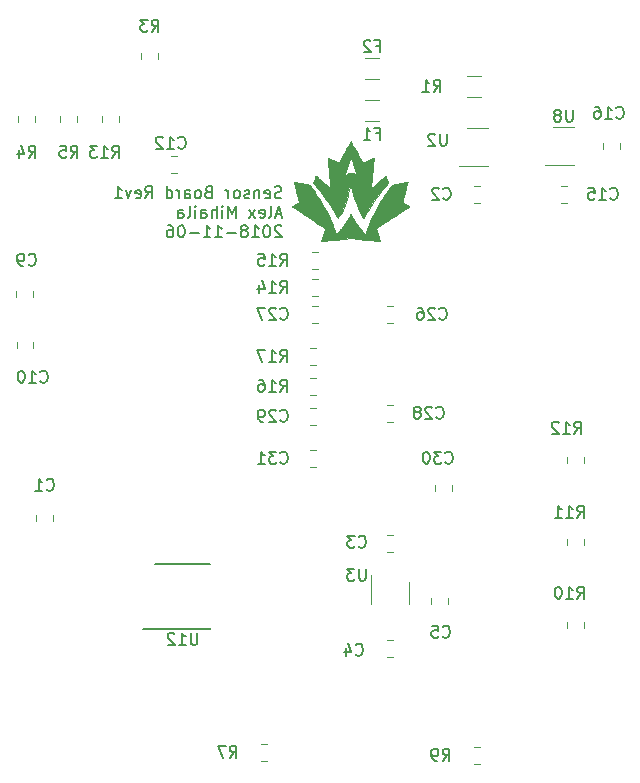
<source format=gbo>
G04 #@! TF.GenerationSoftware,KiCad,Pcbnew,(5.0.0-3-g5ebb6b6)*
G04 #@! TF.CreationDate,2018-11-14T13:23:33-05:00*
G04 #@! TF.ProjectId,sensors,73656E736F72732E6B696361645F7063,rev?*
G04 #@! TF.SameCoordinates,Original*
G04 #@! TF.FileFunction,Legend,Bot*
G04 #@! TF.FilePolarity,Positive*
%FSLAX46Y46*%
G04 Gerber Fmt 4.6, Leading zero omitted, Abs format (unit mm)*
G04 Created by KiCad (PCBNEW (5.0.0-3-g5ebb6b6)) date Wednesday, November 14, 2018 at 01:23:33 PM*
%MOMM*%
%LPD*%
G01*
G04 APERTURE LIST*
%ADD10C,0.150000*%
%ADD11C,0.120000*%
%ADD12C,0.010000*%
G04 APERTURE END LIST*
D10*
X154906023Y-65302761D02*
X154763166Y-65350380D01*
X154525071Y-65350380D01*
X154429833Y-65302761D01*
X154382214Y-65255142D01*
X154334595Y-65159904D01*
X154334595Y-65064666D01*
X154382214Y-64969428D01*
X154429833Y-64921809D01*
X154525071Y-64874190D01*
X154715547Y-64826571D01*
X154810785Y-64778952D01*
X154858404Y-64731333D01*
X154906023Y-64636095D01*
X154906023Y-64540857D01*
X154858404Y-64445619D01*
X154810785Y-64398000D01*
X154715547Y-64350380D01*
X154477452Y-64350380D01*
X154334595Y-64398000D01*
X153525071Y-65302761D02*
X153620309Y-65350380D01*
X153810785Y-65350380D01*
X153906023Y-65302761D01*
X153953642Y-65207523D01*
X153953642Y-64826571D01*
X153906023Y-64731333D01*
X153810785Y-64683714D01*
X153620309Y-64683714D01*
X153525071Y-64731333D01*
X153477452Y-64826571D01*
X153477452Y-64921809D01*
X153953642Y-65017047D01*
X153048880Y-64683714D02*
X153048880Y-65350380D01*
X153048880Y-64778952D02*
X153001261Y-64731333D01*
X152906023Y-64683714D01*
X152763166Y-64683714D01*
X152667928Y-64731333D01*
X152620309Y-64826571D01*
X152620309Y-65350380D01*
X152191738Y-65302761D02*
X152096500Y-65350380D01*
X151906023Y-65350380D01*
X151810785Y-65302761D01*
X151763166Y-65207523D01*
X151763166Y-65159904D01*
X151810785Y-65064666D01*
X151906023Y-65017047D01*
X152048880Y-65017047D01*
X152144119Y-64969428D01*
X152191738Y-64874190D01*
X152191738Y-64826571D01*
X152144119Y-64731333D01*
X152048880Y-64683714D01*
X151906023Y-64683714D01*
X151810785Y-64731333D01*
X151191738Y-65350380D02*
X151286976Y-65302761D01*
X151334595Y-65255142D01*
X151382214Y-65159904D01*
X151382214Y-64874190D01*
X151334595Y-64778952D01*
X151286976Y-64731333D01*
X151191738Y-64683714D01*
X151048880Y-64683714D01*
X150953642Y-64731333D01*
X150906023Y-64778952D01*
X150858404Y-64874190D01*
X150858404Y-65159904D01*
X150906023Y-65255142D01*
X150953642Y-65302761D01*
X151048880Y-65350380D01*
X151191738Y-65350380D01*
X150429833Y-65350380D02*
X150429833Y-64683714D01*
X150429833Y-64874190D02*
X150382214Y-64778952D01*
X150334595Y-64731333D01*
X150239357Y-64683714D01*
X150144119Y-64683714D01*
X148715547Y-64826571D02*
X148572690Y-64874190D01*
X148525071Y-64921809D01*
X148477452Y-65017047D01*
X148477452Y-65159904D01*
X148525071Y-65255142D01*
X148572690Y-65302761D01*
X148667928Y-65350380D01*
X149048880Y-65350380D01*
X149048880Y-64350380D01*
X148715547Y-64350380D01*
X148620309Y-64398000D01*
X148572690Y-64445619D01*
X148525071Y-64540857D01*
X148525071Y-64636095D01*
X148572690Y-64731333D01*
X148620309Y-64778952D01*
X148715547Y-64826571D01*
X149048880Y-64826571D01*
X147906023Y-65350380D02*
X148001261Y-65302761D01*
X148048880Y-65255142D01*
X148096500Y-65159904D01*
X148096500Y-64874190D01*
X148048880Y-64778952D01*
X148001261Y-64731333D01*
X147906023Y-64683714D01*
X147763166Y-64683714D01*
X147667928Y-64731333D01*
X147620309Y-64778952D01*
X147572690Y-64874190D01*
X147572690Y-65159904D01*
X147620309Y-65255142D01*
X147667928Y-65302761D01*
X147763166Y-65350380D01*
X147906023Y-65350380D01*
X146715547Y-65350380D02*
X146715547Y-64826571D01*
X146763166Y-64731333D01*
X146858404Y-64683714D01*
X147048880Y-64683714D01*
X147144119Y-64731333D01*
X146715547Y-65302761D02*
X146810785Y-65350380D01*
X147048880Y-65350380D01*
X147144119Y-65302761D01*
X147191738Y-65207523D01*
X147191738Y-65112285D01*
X147144119Y-65017047D01*
X147048880Y-64969428D01*
X146810785Y-64969428D01*
X146715547Y-64921809D01*
X146239357Y-65350380D02*
X146239357Y-64683714D01*
X146239357Y-64874190D02*
X146191738Y-64778952D01*
X146144119Y-64731333D01*
X146048880Y-64683714D01*
X145953642Y-64683714D01*
X145191738Y-65350380D02*
X145191738Y-64350380D01*
X145191738Y-65302761D02*
X145286976Y-65350380D01*
X145477452Y-65350380D01*
X145572690Y-65302761D01*
X145620309Y-65255142D01*
X145667928Y-65159904D01*
X145667928Y-64874190D01*
X145620309Y-64778952D01*
X145572690Y-64731333D01*
X145477452Y-64683714D01*
X145286976Y-64683714D01*
X145191738Y-64731333D01*
X143382214Y-65350380D02*
X143715547Y-64874190D01*
X143953642Y-65350380D02*
X143953642Y-64350380D01*
X143572690Y-64350380D01*
X143477452Y-64398000D01*
X143429833Y-64445619D01*
X143382214Y-64540857D01*
X143382214Y-64683714D01*
X143429833Y-64778952D01*
X143477452Y-64826571D01*
X143572690Y-64874190D01*
X143953642Y-64874190D01*
X142572690Y-65302761D02*
X142667928Y-65350380D01*
X142858404Y-65350380D01*
X142953642Y-65302761D01*
X143001261Y-65207523D01*
X143001261Y-64826571D01*
X142953642Y-64731333D01*
X142858404Y-64683714D01*
X142667928Y-64683714D01*
X142572690Y-64731333D01*
X142525071Y-64826571D01*
X142525071Y-64921809D01*
X143001261Y-65017047D01*
X142191738Y-64683714D02*
X141953642Y-65350380D01*
X141715547Y-64683714D01*
X140810785Y-65350380D02*
X141382214Y-65350380D01*
X141096500Y-65350380D02*
X141096500Y-64350380D01*
X141191738Y-64493238D01*
X141286976Y-64588476D01*
X141382214Y-64636095D01*
X154906023Y-66714666D02*
X154429833Y-66714666D01*
X155001261Y-67000380D02*
X154667928Y-66000380D01*
X154334595Y-67000380D01*
X153858404Y-67000380D02*
X153953642Y-66952761D01*
X154001261Y-66857523D01*
X154001261Y-66000380D01*
X153096500Y-66952761D02*
X153191738Y-67000380D01*
X153382214Y-67000380D01*
X153477452Y-66952761D01*
X153525071Y-66857523D01*
X153525071Y-66476571D01*
X153477452Y-66381333D01*
X153382214Y-66333714D01*
X153191738Y-66333714D01*
X153096500Y-66381333D01*
X153048880Y-66476571D01*
X153048880Y-66571809D01*
X153525071Y-66667047D01*
X152715547Y-67000380D02*
X152191738Y-66333714D01*
X152715547Y-66333714D02*
X152191738Y-67000380D01*
X151048880Y-67000380D02*
X151048880Y-66000380D01*
X150715547Y-66714666D01*
X150382214Y-66000380D01*
X150382214Y-67000380D01*
X149906023Y-67000380D02*
X149906023Y-66333714D01*
X149906023Y-66000380D02*
X149953642Y-66048000D01*
X149906023Y-66095619D01*
X149858404Y-66048000D01*
X149906023Y-66000380D01*
X149906023Y-66095619D01*
X149429833Y-67000380D02*
X149429833Y-66000380D01*
X149001261Y-67000380D02*
X149001261Y-66476571D01*
X149048880Y-66381333D01*
X149144119Y-66333714D01*
X149286976Y-66333714D01*
X149382214Y-66381333D01*
X149429833Y-66428952D01*
X148096500Y-67000380D02*
X148096500Y-66476571D01*
X148144119Y-66381333D01*
X148239357Y-66333714D01*
X148429833Y-66333714D01*
X148525071Y-66381333D01*
X148096500Y-66952761D02*
X148191738Y-67000380D01*
X148429833Y-67000380D01*
X148525071Y-66952761D01*
X148572690Y-66857523D01*
X148572690Y-66762285D01*
X148525071Y-66667047D01*
X148429833Y-66619428D01*
X148191738Y-66619428D01*
X148096500Y-66571809D01*
X147620309Y-67000380D02*
X147620309Y-66333714D01*
X147620309Y-66000380D02*
X147667928Y-66048000D01*
X147620309Y-66095619D01*
X147572690Y-66048000D01*
X147620309Y-66000380D01*
X147620309Y-66095619D01*
X147001261Y-67000380D02*
X147096500Y-66952761D01*
X147144119Y-66857523D01*
X147144119Y-66000380D01*
X146191738Y-67000380D02*
X146191738Y-66476571D01*
X146239357Y-66381333D01*
X146334595Y-66333714D01*
X146525071Y-66333714D01*
X146620309Y-66381333D01*
X146191738Y-66952761D02*
X146286976Y-67000380D01*
X146525071Y-67000380D01*
X146620309Y-66952761D01*
X146667928Y-66857523D01*
X146667928Y-66762285D01*
X146620309Y-66667047D01*
X146525071Y-66619428D01*
X146286976Y-66619428D01*
X146191738Y-66571809D01*
X154906023Y-67745619D02*
X154858404Y-67698000D01*
X154763166Y-67650380D01*
X154525071Y-67650380D01*
X154429833Y-67698000D01*
X154382214Y-67745619D01*
X154334595Y-67840857D01*
X154334595Y-67936095D01*
X154382214Y-68078952D01*
X154953642Y-68650380D01*
X154334595Y-68650380D01*
X153715547Y-67650380D02*
X153620309Y-67650380D01*
X153525071Y-67698000D01*
X153477452Y-67745619D01*
X153429833Y-67840857D01*
X153382214Y-68031333D01*
X153382214Y-68269428D01*
X153429833Y-68459904D01*
X153477452Y-68555142D01*
X153525071Y-68602761D01*
X153620309Y-68650380D01*
X153715547Y-68650380D01*
X153810785Y-68602761D01*
X153858404Y-68555142D01*
X153906023Y-68459904D01*
X153953642Y-68269428D01*
X153953642Y-68031333D01*
X153906023Y-67840857D01*
X153858404Y-67745619D01*
X153810785Y-67698000D01*
X153715547Y-67650380D01*
X152429833Y-68650380D02*
X153001261Y-68650380D01*
X152715547Y-68650380D02*
X152715547Y-67650380D01*
X152810785Y-67793238D01*
X152906023Y-67888476D01*
X153001261Y-67936095D01*
X151858404Y-68078952D02*
X151953642Y-68031333D01*
X152001261Y-67983714D01*
X152048880Y-67888476D01*
X152048880Y-67840857D01*
X152001261Y-67745619D01*
X151953642Y-67698000D01*
X151858404Y-67650380D01*
X151667928Y-67650380D01*
X151572690Y-67698000D01*
X151525071Y-67745619D01*
X151477452Y-67840857D01*
X151477452Y-67888476D01*
X151525071Y-67983714D01*
X151572690Y-68031333D01*
X151667928Y-68078952D01*
X151858404Y-68078952D01*
X151953642Y-68126571D01*
X152001261Y-68174190D01*
X152048880Y-68269428D01*
X152048880Y-68459904D01*
X152001261Y-68555142D01*
X151953642Y-68602761D01*
X151858404Y-68650380D01*
X151667928Y-68650380D01*
X151572690Y-68602761D01*
X151525071Y-68555142D01*
X151477452Y-68459904D01*
X151477452Y-68269428D01*
X151525071Y-68174190D01*
X151572690Y-68126571D01*
X151667928Y-68078952D01*
X151048880Y-68269428D02*
X150286976Y-68269428D01*
X149286976Y-68650380D02*
X149858404Y-68650380D01*
X149572690Y-68650380D02*
X149572690Y-67650380D01*
X149667928Y-67793238D01*
X149763166Y-67888476D01*
X149858404Y-67936095D01*
X148334595Y-68650380D02*
X148906023Y-68650380D01*
X148620309Y-68650380D02*
X148620309Y-67650380D01*
X148715547Y-67793238D01*
X148810785Y-67888476D01*
X148906023Y-67936095D01*
X147906023Y-68269428D02*
X147144119Y-68269428D01*
X146477452Y-67650380D02*
X146382214Y-67650380D01*
X146286976Y-67698000D01*
X146239357Y-67745619D01*
X146191738Y-67840857D01*
X146144119Y-68031333D01*
X146144119Y-68269428D01*
X146191738Y-68459904D01*
X146239357Y-68555142D01*
X146286976Y-68602761D01*
X146382214Y-68650380D01*
X146477452Y-68650380D01*
X146572690Y-68602761D01*
X146620309Y-68555142D01*
X146667928Y-68459904D01*
X146715547Y-68269428D01*
X146715547Y-68031333D01*
X146667928Y-67840857D01*
X146620309Y-67745619D01*
X146572690Y-67698000D01*
X146477452Y-67650380D01*
X145286976Y-67650380D02*
X145477452Y-67650380D01*
X145572690Y-67698000D01*
X145620309Y-67745619D01*
X145715547Y-67888476D01*
X145763166Y-68078952D01*
X145763166Y-68459904D01*
X145715547Y-68555142D01*
X145667928Y-68602761D01*
X145572690Y-68650380D01*
X145382214Y-68650380D01*
X145286976Y-68602761D01*
X145239357Y-68555142D01*
X145191738Y-68459904D01*
X145191738Y-68221809D01*
X145239357Y-68126571D01*
X145286976Y-68078952D01*
X145382214Y-68031333D01*
X145572690Y-68031333D01*
X145667928Y-68078952D01*
X145715547Y-68126571D01*
X145763166Y-68221809D01*
D11*
G04 #@! TO.C,U8*
X179716000Y-62570000D02*
X177266000Y-62570000D01*
X177916000Y-59350000D02*
X179716000Y-59350000D01*
G04 #@! TO.C,U3*
X165702000Y-97892000D02*
X165702000Y-99692000D01*
X162482000Y-99692000D02*
X162482000Y-97242000D01*
G04 #@! TO.C,C28*
X163813748Y-82856000D02*
X164336252Y-82856000D01*
X163813748Y-84276000D02*
X164336252Y-84276000D01*
D10*
G04 #@! TO.C,U12*
X144233000Y-96335000D02*
X148883000Y-96335000D01*
X143158000Y-101860000D02*
X148858000Y-101860000D01*
X144233000Y-96335000D02*
X144233000Y-96360000D01*
X148883000Y-96335000D02*
X148883000Y-96360000D01*
X148858000Y-101860000D02*
X148858000Y-101760000D01*
D11*
G04 #@! TO.C,R1*
X171834564Y-56790000D02*
X170630436Y-56790000D01*
X171834564Y-54970000D02*
X170630436Y-54970000D01*
G04 #@! TO.C,C1*
X134164000Y-92185748D02*
X134164000Y-92708252D01*
X135584000Y-92185748D02*
X135584000Y-92708252D01*
G04 #@! TO.C,C2*
X171230548Y-64314000D02*
X171753052Y-64314000D01*
X171230548Y-65734000D02*
X171753052Y-65734000D01*
G04 #@! TO.C,C3*
X164336252Y-93879600D02*
X163813748Y-93879600D01*
X164336252Y-95299600D02*
X163813748Y-95299600D01*
G04 #@! TO.C,C4*
X163821748Y-102781000D02*
X164344252Y-102781000D01*
X163821748Y-104201000D02*
X164344252Y-104201000D01*
G04 #@! TO.C,C5*
X168993000Y-99697252D02*
X168993000Y-99174748D01*
X167573000Y-99697252D02*
X167573000Y-99174748D01*
G04 #@! TO.C,C9*
X133856800Y-73709052D02*
X133856800Y-73186548D01*
X132436800Y-73709052D02*
X132436800Y-73186548D01*
G04 #@! TO.C,C10*
X133907600Y-77522548D02*
X133907600Y-78045052D01*
X132487600Y-77522548D02*
X132487600Y-78045052D01*
G04 #@! TO.C,C12*
X145525748Y-61774000D02*
X146048252Y-61774000D01*
X145525748Y-63194000D02*
X146048252Y-63194000D01*
G04 #@! TO.C,C15*
X178545748Y-65734000D02*
X179068252Y-65734000D01*
X178545748Y-64314000D02*
X179068252Y-64314000D01*
G04 #@! TO.C,C16*
X182170000Y-61212252D02*
X182170000Y-60689748D01*
X183590000Y-61212252D02*
X183590000Y-60689748D01*
G04 #@! TO.C,C26*
X163813748Y-74474000D02*
X164336252Y-74474000D01*
X163813748Y-75894000D02*
X164336252Y-75894000D01*
G04 #@! TO.C,C27*
X157986252Y-74474000D02*
X157463748Y-74474000D01*
X157986252Y-75894000D02*
X157463748Y-75894000D01*
G04 #@! TO.C,C29*
X157859252Y-83110000D02*
X157336748Y-83110000D01*
X157859252Y-84530000D02*
X157336748Y-84530000D01*
G04 #@! TO.C,C30*
X167946000Y-90168252D02*
X167946000Y-89645748D01*
X169366000Y-90168252D02*
X169366000Y-89645748D01*
G04 #@! TO.C,C31*
X157877252Y-86666000D02*
X157354748Y-86666000D01*
X157877252Y-88086000D02*
X157354748Y-88086000D01*
G04 #@! TO.C,F2*
X163198564Y-55266000D02*
X161994436Y-55266000D01*
X163198564Y-53446000D02*
X161994436Y-53446000D01*
G04 #@! TO.C,F1*
X163198564Y-57002000D02*
X161994436Y-57002000D01*
X163198564Y-58822000D02*
X161994436Y-58822000D01*
G04 #@! TO.C,R14*
X157986252Y-73608000D02*
X157463748Y-73608000D01*
X157986252Y-72188000D02*
X157463748Y-72188000D01*
G04 #@! TO.C,R7*
X153686252Y-112978000D02*
X153163748Y-112978000D01*
X153686252Y-111558000D02*
X153163748Y-111558000D01*
G04 #@! TO.C,R9*
X171703252Y-113232000D02*
X171180748Y-113232000D01*
X171703252Y-111812000D02*
X171180748Y-111812000D01*
G04 #@! TO.C,R5*
X137616000Y-58926252D02*
X137616000Y-58403748D01*
X136196000Y-58926252D02*
X136196000Y-58403748D01*
G04 #@! TO.C,R11*
X180542000Y-94234748D02*
X180542000Y-94757252D01*
X179122000Y-94234748D02*
X179122000Y-94757252D01*
G04 #@! TO.C,R12*
X179122000Y-87249748D02*
X179122000Y-87772252D01*
X180542000Y-87249748D02*
X180542000Y-87772252D01*
G04 #@! TO.C,R13*
X139752000Y-58926252D02*
X139752000Y-58403748D01*
X141172000Y-58926252D02*
X141172000Y-58403748D01*
G04 #@! TO.C,R4*
X134060000Y-58944252D02*
X134060000Y-58421748D01*
X132640000Y-58944252D02*
X132640000Y-58421748D01*
G04 #@! TO.C,R15*
X157986252Y-71322000D02*
X157463748Y-71322000D01*
X157986252Y-69902000D02*
X157463748Y-69902000D01*
G04 #@! TO.C,R16*
X157336748Y-81990000D02*
X157859252Y-81990000D01*
X157336748Y-80570000D02*
X157859252Y-80570000D01*
G04 #@! TO.C,R17*
X157336748Y-78030000D02*
X157859252Y-78030000D01*
X157336748Y-79450000D02*
X157859252Y-79450000D01*
G04 #@! TO.C,R3*
X144474000Y-53069748D02*
X144474000Y-53592252D01*
X143054000Y-53069748D02*
X143054000Y-53592252D01*
G04 #@! TO.C,R10*
X180542000Y-101219748D02*
X180542000Y-101742252D01*
X179122000Y-101219748D02*
X179122000Y-101742252D01*
G04 #@! TO.C,U2*
X172430000Y-62636000D02*
X169980000Y-62636000D01*
X170630000Y-59416000D02*
X172430000Y-59416000D01*
D12*
G04 #@! TO.C,G\002A\002A\002A*
G36*
X160766172Y-60565810D02*
X160744969Y-60600138D01*
X160712534Y-60654988D01*
X160669966Y-60728430D01*
X160618366Y-60818537D01*
X160558834Y-60923380D01*
X160492470Y-61041029D01*
X160420374Y-61169556D01*
X160343648Y-61307033D01*
X160277106Y-61426787D01*
X160197262Y-61570733D01*
X160121205Y-61707789D01*
X160050035Y-61835976D01*
X159984853Y-61953311D01*
X159926762Y-62057816D01*
X159876862Y-62147509D01*
X159836255Y-62220410D01*
X159806041Y-62274539D01*
X159787322Y-62307916D01*
X159781333Y-62318394D01*
X159772886Y-62321201D01*
X159753181Y-62317900D01*
X159720174Y-62307702D01*
X159671820Y-62289817D01*
X159606077Y-62263456D01*
X159520898Y-62227831D01*
X159414240Y-62182152D01*
X159300435Y-62132770D01*
X159193542Y-62086519D01*
X159094735Y-62044396D01*
X159006891Y-62007580D01*
X158932887Y-61977250D01*
X158875602Y-61954585D01*
X158837914Y-61940763D01*
X158822699Y-61936964D01*
X158822601Y-61937034D01*
X158822640Y-61951846D01*
X158825210Y-61992416D01*
X158830141Y-62056798D01*
X158837258Y-62143044D01*
X158846390Y-62249209D01*
X158857365Y-62373346D01*
X158870010Y-62513509D01*
X158884152Y-62667751D01*
X158899620Y-62834127D01*
X158916240Y-63010690D01*
X158933841Y-63195493D01*
X158936788Y-63226226D01*
X158954559Y-63412115D01*
X158971436Y-63590027D01*
X158987242Y-63758020D01*
X159001802Y-63914154D01*
X159014937Y-64056488D01*
X159026472Y-64183082D01*
X159036231Y-64291995D01*
X159044035Y-64381285D01*
X159049709Y-64449013D01*
X159053077Y-64493238D01*
X159053960Y-64512019D01*
X159053855Y-64512538D01*
X159042697Y-64504621D01*
X159012625Y-64479773D01*
X158965487Y-64439605D01*
X158903133Y-64385726D01*
X158827409Y-64319745D01*
X158740165Y-64243272D01*
X158643249Y-64157918D01*
X158538510Y-64065291D01*
X158445878Y-63983079D01*
X158335784Y-63885387D01*
X158231801Y-63793446D01*
X158135800Y-63708890D01*
X158049652Y-63633352D01*
X157975231Y-63568465D01*
X157914406Y-63515861D01*
X157869051Y-63477174D01*
X157841036Y-63454035D01*
X157832294Y-63447809D01*
X157828045Y-63450925D01*
X157821516Y-63461816D01*
X157811802Y-63482795D01*
X157797998Y-63516177D01*
X157779199Y-63564276D01*
X157754499Y-63629404D01*
X157722994Y-63713877D01*
X157683778Y-63820007D01*
X157638494Y-63943166D01*
X157597147Y-64055784D01*
X157715748Y-64192604D01*
X157868768Y-64373611D01*
X158029267Y-64571790D01*
X158194993Y-64783920D01*
X158363694Y-65006782D01*
X158533121Y-65237156D01*
X158701021Y-65471821D01*
X158865143Y-65707558D01*
X159023236Y-65941146D01*
X159173048Y-66169366D01*
X159312328Y-66388997D01*
X159438826Y-66596819D01*
X159550289Y-66789613D01*
X159617616Y-66912873D01*
X159693199Y-67055245D01*
X159739111Y-66988515D01*
X159826633Y-66851790D01*
X159917323Y-66692444D01*
X160009001Y-66515174D01*
X160099486Y-66324674D01*
X160186596Y-66125642D01*
X160268151Y-65922774D01*
X160341969Y-65720765D01*
X160378385Y-65612028D01*
X160444051Y-65397960D01*
X160509778Y-65162794D01*
X160573911Y-64913211D01*
X160634791Y-64655896D01*
X160690763Y-64397531D01*
X160734308Y-64176394D01*
X160773742Y-63965527D01*
X160845393Y-64322531D01*
X160924574Y-64694304D01*
X161007986Y-65040580D01*
X161096380Y-65363476D01*
X161190506Y-65665112D01*
X161291115Y-65947606D01*
X161398957Y-66213077D01*
X161514782Y-66463644D01*
X161639340Y-66701427D01*
X161761463Y-66909377D01*
X161794713Y-66962208D01*
X161823137Y-67005711D01*
X161843286Y-67034711D01*
X161851108Y-67043978D01*
X161861439Y-67035278D01*
X161880669Y-67006679D01*
X161905527Y-66963318D01*
X161920075Y-66935697D01*
X162000970Y-66784968D01*
X162098218Y-66616122D01*
X162209842Y-66431990D01*
X162333868Y-66235403D01*
X162468319Y-66029194D01*
X162611219Y-65816193D01*
X162760592Y-65599232D01*
X162914462Y-65381144D01*
X163070853Y-65164758D01*
X163227789Y-64952908D01*
X163383294Y-64748425D01*
X163535392Y-64554139D01*
X163682107Y-64372884D01*
X163821463Y-64207489D01*
X163834334Y-64192604D01*
X163952935Y-64055784D01*
X163911588Y-63943166D01*
X163864192Y-63814271D01*
X163825369Y-63709236D01*
X163794217Y-63625748D01*
X163769831Y-63561495D01*
X163751307Y-63514164D01*
X163737741Y-63481443D01*
X163728229Y-63461020D01*
X163721867Y-63450582D01*
X163717936Y-63447809D01*
X163705756Y-63456801D01*
X163674673Y-63482689D01*
X163626561Y-63523841D01*
X163563290Y-63578626D01*
X163486733Y-63645411D01*
X163398761Y-63722565D01*
X163301245Y-63808455D01*
X163196058Y-63901451D01*
X163104198Y-63982924D01*
X162994273Y-64080381D01*
X162890627Y-64171924D01*
X162795108Y-64255945D01*
X162709564Y-64330835D01*
X162635844Y-64394983D01*
X162575796Y-64446780D01*
X162531268Y-64484618D01*
X162504110Y-64506887D01*
X162496072Y-64512383D01*
X162496551Y-64498018D01*
X162499541Y-64457887D01*
X162504867Y-64393932D01*
X162512350Y-64308093D01*
X162521814Y-64202309D01*
X162533083Y-64078522D01*
X162545979Y-63938672D01*
X162560325Y-63784699D01*
X162575946Y-63618543D01*
X162592663Y-63442146D01*
X162594823Y-63419517D01*
X161280761Y-63419517D01*
X161275675Y-63421002D01*
X161255224Y-63405940D01*
X161223665Y-63377527D01*
X161219581Y-63373611D01*
X161170345Y-63332626D01*
X161109164Y-63290615D01*
X161053397Y-63258857D01*
X160929176Y-63211687D01*
X160803078Y-63191548D01*
X160677854Y-63198020D01*
X160556257Y-63230685D01*
X160441039Y-63289125D01*
X160341096Y-63367106D01*
X160305477Y-63398838D01*
X160280193Y-63418248D01*
X160269417Y-63422247D01*
X160269639Y-63419973D01*
X160275007Y-63403234D01*
X160287907Y-63362302D01*
X160307593Y-63299562D01*
X160333319Y-63217396D01*
X160364341Y-63118191D01*
X160399912Y-63004328D01*
X160439287Y-62878193D01*
X160481720Y-62742169D01*
X160524241Y-62605781D01*
X160568706Y-62463200D01*
X160610685Y-62328742D01*
X160649454Y-62204722D01*
X160684287Y-62093456D01*
X160714458Y-61997256D01*
X160739240Y-61918438D01*
X160757909Y-61859316D01*
X160769738Y-61822205D01*
X160773992Y-61809424D01*
X160778461Y-61821775D01*
X160790470Y-61858420D01*
X160809297Y-61917072D01*
X160834218Y-61995444D01*
X160864511Y-62091248D01*
X160899452Y-62202199D01*
X160938318Y-62326009D01*
X160980386Y-62460391D01*
X161024834Y-62602739D01*
X161069598Y-62746217D01*
X161112019Y-62882064D01*
X161151353Y-63007901D01*
X161186854Y-63121353D01*
X161217777Y-63220042D01*
X161243378Y-63301590D01*
X161262913Y-63363621D01*
X161275635Y-63403757D01*
X161280761Y-63419517D01*
X162594823Y-63419517D01*
X162610300Y-63257447D01*
X162613294Y-63226226D01*
X162631037Y-63040262D01*
X162647825Y-62862220D01*
X162663486Y-62694045D01*
X162677848Y-62537685D01*
X162690738Y-62395086D01*
X162701984Y-62268195D01*
X162711414Y-62158958D01*
X162718856Y-62069322D01*
X162724138Y-62001233D01*
X162727087Y-61956639D01*
X162727531Y-61937484D01*
X162727354Y-61936907D01*
X162713029Y-61940256D01*
X162676125Y-61953663D01*
X162619528Y-61975948D01*
X162546125Y-62005932D01*
X162458803Y-62042435D01*
X162360450Y-62084277D01*
X162253952Y-62130278D01*
X162251751Y-62131236D01*
X162145229Y-62177540D01*
X162046989Y-62220138D01*
X161959895Y-62257797D01*
X161886808Y-62289284D01*
X161830590Y-62313366D01*
X161794103Y-62328809D01*
X161780210Y-62334382D01*
X161780182Y-62334384D01*
X161772831Y-62322521D01*
X161753081Y-62288206D01*
X161721996Y-62233344D01*
X161680646Y-62159843D01*
X161630096Y-62069612D01*
X161571414Y-61964557D01*
X161505667Y-61846586D01*
X161433921Y-61717607D01*
X161357245Y-61579526D01*
X161282178Y-61444132D01*
X161201703Y-61299212D01*
X161124937Y-61161622D01*
X161052968Y-61033271D01*
X160986884Y-60916072D01*
X160927774Y-60811933D01*
X160876725Y-60722764D01*
X160834826Y-60650476D01*
X160803165Y-60596978D01*
X160782831Y-60564182D01*
X160775041Y-60553933D01*
X160766172Y-60565810D01*
X160766172Y-60565810D01*
G37*
X160766172Y-60565810D02*
X160744969Y-60600138D01*
X160712534Y-60654988D01*
X160669966Y-60728430D01*
X160618366Y-60818537D01*
X160558834Y-60923380D01*
X160492470Y-61041029D01*
X160420374Y-61169556D01*
X160343648Y-61307033D01*
X160277106Y-61426787D01*
X160197262Y-61570733D01*
X160121205Y-61707789D01*
X160050035Y-61835976D01*
X159984853Y-61953311D01*
X159926762Y-62057816D01*
X159876862Y-62147509D01*
X159836255Y-62220410D01*
X159806041Y-62274539D01*
X159787322Y-62307916D01*
X159781333Y-62318394D01*
X159772886Y-62321201D01*
X159753181Y-62317900D01*
X159720174Y-62307702D01*
X159671820Y-62289817D01*
X159606077Y-62263456D01*
X159520898Y-62227831D01*
X159414240Y-62182152D01*
X159300435Y-62132770D01*
X159193542Y-62086519D01*
X159094735Y-62044396D01*
X159006891Y-62007580D01*
X158932887Y-61977250D01*
X158875602Y-61954585D01*
X158837914Y-61940763D01*
X158822699Y-61936964D01*
X158822601Y-61937034D01*
X158822640Y-61951846D01*
X158825210Y-61992416D01*
X158830141Y-62056798D01*
X158837258Y-62143044D01*
X158846390Y-62249209D01*
X158857365Y-62373346D01*
X158870010Y-62513509D01*
X158884152Y-62667751D01*
X158899620Y-62834127D01*
X158916240Y-63010690D01*
X158933841Y-63195493D01*
X158936788Y-63226226D01*
X158954559Y-63412115D01*
X158971436Y-63590027D01*
X158987242Y-63758020D01*
X159001802Y-63914154D01*
X159014937Y-64056488D01*
X159026472Y-64183082D01*
X159036231Y-64291995D01*
X159044035Y-64381285D01*
X159049709Y-64449013D01*
X159053077Y-64493238D01*
X159053960Y-64512019D01*
X159053855Y-64512538D01*
X159042697Y-64504621D01*
X159012625Y-64479773D01*
X158965487Y-64439605D01*
X158903133Y-64385726D01*
X158827409Y-64319745D01*
X158740165Y-64243272D01*
X158643249Y-64157918D01*
X158538510Y-64065291D01*
X158445878Y-63983079D01*
X158335784Y-63885387D01*
X158231801Y-63793446D01*
X158135800Y-63708890D01*
X158049652Y-63633352D01*
X157975231Y-63568465D01*
X157914406Y-63515861D01*
X157869051Y-63477174D01*
X157841036Y-63454035D01*
X157832294Y-63447809D01*
X157828045Y-63450925D01*
X157821516Y-63461816D01*
X157811802Y-63482795D01*
X157797998Y-63516177D01*
X157779199Y-63564276D01*
X157754499Y-63629404D01*
X157722994Y-63713877D01*
X157683778Y-63820007D01*
X157638494Y-63943166D01*
X157597147Y-64055784D01*
X157715748Y-64192604D01*
X157868768Y-64373611D01*
X158029267Y-64571790D01*
X158194993Y-64783920D01*
X158363694Y-65006782D01*
X158533121Y-65237156D01*
X158701021Y-65471821D01*
X158865143Y-65707558D01*
X159023236Y-65941146D01*
X159173048Y-66169366D01*
X159312328Y-66388997D01*
X159438826Y-66596819D01*
X159550289Y-66789613D01*
X159617616Y-66912873D01*
X159693199Y-67055245D01*
X159739111Y-66988515D01*
X159826633Y-66851790D01*
X159917323Y-66692444D01*
X160009001Y-66515174D01*
X160099486Y-66324674D01*
X160186596Y-66125642D01*
X160268151Y-65922774D01*
X160341969Y-65720765D01*
X160378385Y-65612028D01*
X160444051Y-65397960D01*
X160509778Y-65162794D01*
X160573911Y-64913211D01*
X160634791Y-64655896D01*
X160690763Y-64397531D01*
X160734308Y-64176394D01*
X160773742Y-63965527D01*
X160845393Y-64322531D01*
X160924574Y-64694304D01*
X161007986Y-65040580D01*
X161096380Y-65363476D01*
X161190506Y-65665112D01*
X161291115Y-65947606D01*
X161398957Y-66213077D01*
X161514782Y-66463644D01*
X161639340Y-66701427D01*
X161761463Y-66909377D01*
X161794713Y-66962208D01*
X161823137Y-67005711D01*
X161843286Y-67034711D01*
X161851108Y-67043978D01*
X161861439Y-67035278D01*
X161880669Y-67006679D01*
X161905527Y-66963318D01*
X161920075Y-66935697D01*
X162000970Y-66784968D01*
X162098218Y-66616122D01*
X162209842Y-66431990D01*
X162333868Y-66235403D01*
X162468319Y-66029194D01*
X162611219Y-65816193D01*
X162760592Y-65599232D01*
X162914462Y-65381144D01*
X163070853Y-65164758D01*
X163227789Y-64952908D01*
X163383294Y-64748425D01*
X163535392Y-64554139D01*
X163682107Y-64372884D01*
X163821463Y-64207489D01*
X163834334Y-64192604D01*
X163952935Y-64055784D01*
X163911588Y-63943166D01*
X163864192Y-63814271D01*
X163825369Y-63709236D01*
X163794217Y-63625748D01*
X163769831Y-63561495D01*
X163751307Y-63514164D01*
X163737741Y-63481443D01*
X163728229Y-63461020D01*
X163721867Y-63450582D01*
X163717936Y-63447809D01*
X163705756Y-63456801D01*
X163674673Y-63482689D01*
X163626561Y-63523841D01*
X163563290Y-63578626D01*
X163486733Y-63645411D01*
X163398761Y-63722565D01*
X163301245Y-63808455D01*
X163196058Y-63901451D01*
X163104198Y-63982924D01*
X162994273Y-64080381D01*
X162890627Y-64171924D01*
X162795108Y-64255945D01*
X162709564Y-64330835D01*
X162635844Y-64394983D01*
X162575796Y-64446780D01*
X162531268Y-64484618D01*
X162504110Y-64506887D01*
X162496072Y-64512383D01*
X162496551Y-64498018D01*
X162499541Y-64457887D01*
X162504867Y-64393932D01*
X162512350Y-64308093D01*
X162521814Y-64202309D01*
X162533083Y-64078522D01*
X162545979Y-63938672D01*
X162560325Y-63784699D01*
X162575946Y-63618543D01*
X162592663Y-63442146D01*
X162594823Y-63419517D01*
X161280761Y-63419517D01*
X161275675Y-63421002D01*
X161255224Y-63405940D01*
X161223665Y-63377527D01*
X161219581Y-63373611D01*
X161170345Y-63332626D01*
X161109164Y-63290615D01*
X161053397Y-63258857D01*
X160929176Y-63211687D01*
X160803078Y-63191548D01*
X160677854Y-63198020D01*
X160556257Y-63230685D01*
X160441039Y-63289125D01*
X160341096Y-63367106D01*
X160305477Y-63398838D01*
X160280193Y-63418248D01*
X160269417Y-63422247D01*
X160269639Y-63419973D01*
X160275007Y-63403234D01*
X160287907Y-63362302D01*
X160307593Y-63299562D01*
X160333319Y-63217396D01*
X160364341Y-63118191D01*
X160399912Y-63004328D01*
X160439287Y-62878193D01*
X160481720Y-62742169D01*
X160524241Y-62605781D01*
X160568706Y-62463200D01*
X160610685Y-62328742D01*
X160649454Y-62204722D01*
X160684287Y-62093456D01*
X160714458Y-61997256D01*
X160739240Y-61918438D01*
X160757909Y-61859316D01*
X160769738Y-61822205D01*
X160773992Y-61809424D01*
X160778461Y-61821775D01*
X160790470Y-61858420D01*
X160809297Y-61917072D01*
X160834218Y-61995444D01*
X160864511Y-62091248D01*
X160899452Y-62202199D01*
X160938318Y-62326009D01*
X160980386Y-62460391D01*
X161024834Y-62602739D01*
X161069598Y-62746217D01*
X161112019Y-62882064D01*
X161151353Y-63007901D01*
X161186854Y-63121353D01*
X161217777Y-63220042D01*
X161243378Y-63301590D01*
X161262913Y-63363621D01*
X161275635Y-63403757D01*
X161280761Y-63419517D01*
X162594823Y-63419517D01*
X162610300Y-63257447D01*
X162613294Y-63226226D01*
X162631037Y-63040262D01*
X162647825Y-62862220D01*
X162663486Y-62694045D01*
X162677848Y-62537685D01*
X162690738Y-62395086D01*
X162701984Y-62268195D01*
X162711414Y-62158958D01*
X162718856Y-62069322D01*
X162724138Y-62001233D01*
X162727087Y-61956639D01*
X162727531Y-61937484D01*
X162727354Y-61936907D01*
X162713029Y-61940256D01*
X162676125Y-61953663D01*
X162619528Y-61975948D01*
X162546125Y-62005932D01*
X162458803Y-62042435D01*
X162360450Y-62084277D01*
X162253952Y-62130278D01*
X162251751Y-62131236D01*
X162145229Y-62177540D01*
X162046989Y-62220138D01*
X161959895Y-62257797D01*
X161886808Y-62289284D01*
X161830590Y-62313366D01*
X161794103Y-62328809D01*
X161780210Y-62334382D01*
X161780182Y-62334384D01*
X161772831Y-62322521D01*
X161753081Y-62288206D01*
X161721996Y-62233344D01*
X161680646Y-62159843D01*
X161630096Y-62069612D01*
X161571414Y-61964557D01*
X161505667Y-61846586D01*
X161433921Y-61717607D01*
X161357245Y-61579526D01*
X161282178Y-61444132D01*
X161201703Y-61299212D01*
X161124937Y-61161622D01*
X161052968Y-61033271D01*
X160986884Y-60916072D01*
X160927774Y-60811933D01*
X160876725Y-60722764D01*
X160834826Y-60650476D01*
X160803165Y-60596978D01*
X160782831Y-60564182D01*
X160775041Y-60553933D01*
X160766172Y-60565810D01*
G36*
X165580607Y-63957939D02*
X165541934Y-63964799D01*
X165481296Y-63976060D01*
X165401362Y-63991210D01*
X165304802Y-64009742D01*
X165194283Y-64031144D01*
X165072476Y-64054909D01*
X164942049Y-64080526D01*
X164939812Y-64080967D01*
X164778646Y-64112947D01*
X164643050Y-64140363D01*
X164531208Y-64163630D01*
X164441305Y-64183159D01*
X164371522Y-64199365D01*
X164320044Y-64212660D01*
X164285053Y-64223457D01*
X164264735Y-64232169D01*
X164259796Y-64235608D01*
X164234853Y-64262453D01*
X164196548Y-64309311D01*
X164147107Y-64373132D01*
X164088753Y-64450866D01*
X164023712Y-64539463D01*
X163954208Y-64635874D01*
X163882467Y-64737048D01*
X163810712Y-64839937D01*
X163741170Y-64941490D01*
X163697454Y-65006467D01*
X163490917Y-65324668D01*
X163288563Y-65653552D01*
X163092692Y-65988858D01*
X162905603Y-66326325D01*
X162729597Y-66661694D01*
X162566974Y-66990703D01*
X162420032Y-67309092D01*
X162292437Y-67609233D01*
X162260268Y-67691260D01*
X162225301Y-67784875D01*
X162189179Y-67885236D01*
X162153540Y-67987498D01*
X162120027Y-68086817D01*
X162090280Y-68178352D01*
X162065940Y-68257258D01*
X162048648Y-68318691D01*
X162041223Y-68350744D01*
X162032707Y-68384030D01*
X162023760Y-68401689D01*
X162021847Y-68402548D01*
X162008492Y-68392468D01*
X161979856Y-68364284D01*
X161938709Y-68321081D01*
X161887824Y-68265946D01*
X161829969Y-68201962D01*
X161767916Y-68132216D01*
X161704436Y-68059793D01*
X161642298Y-67987778D01*
X161584273Y-67919256D01*
X161541902Y-67868079D01*
X161412138Y-67704280D01*
X161292641Y-67542245D01*
X161179166Y-67375624D01*
X161067465Y-67198069D01*
X160953293Y-67003229D01*
X160900377Y-66908942D01*
X160860974Y-66839513D01*
X160825669Y-66780332D01*
X160796760Y-66735010D01*
X160776545Y-66707158D01*
X160767482Y-66700175D01*
X160756948Y-66716292D01*
X160736315Y-66751695D01*
X160708590Y-66801112D01*
X160677644Y-66857672D01*
X160523823Y-67129432D01*
X160367507Y-67379619D01*
X160204580Y-67614450D01*
X160030926Y-67840139D01*
X160009326Y-67866713D01*
X159956439Y-67930421D01*
X159897232Y-68000080D01*
X159834467Y-68072611D01*
X159770910Y-68144936D01*
X159709322Y-68213977D01*
X159652468Y-68276657D01*
X159603111Y-68329896D01*
X159564016Y-68370618D01*
X159537945Y-68395743D01*
X159528235Y-68402548D01*
X159519743Y-68390361D01*
X159510781Y-68360137D01*
X159508859Y-68350744D01*
X159498029Y-68305851D01*
X159478903Y-68239800D01*
X159453121Y-68157434D01*
X159422324Y-68063597D01*
X159388153Y-67963133D01*
X159352249Y-67860886D01*
X159316254Y-67761697D01*
X159281807Y-67670412D01*
X159257645Y-67609233D01*
X159131016Y-67311402D01*
X158986683Y-66998521D01*
X158826965Y-66674883D01*
X158654177Y-66344779D01*
X158470635Y-66012501D01*
X158278656Y-65682342D01*
X158080556Y-65358592D01*
X157878651Y-65045543D01*
X157854010Y-65008501D01*
X157787245Y-64909644D01*
X157716778Y-64807388D01*
X157644831Y-64704778D01*
X157573624Y-64604859D01*
X157505376Y-64510678D01*
X157442310Y-64425278D01*
X157386644Y-64351707D01*
X157340600Y-64293008D01*
X157306397Y-64252228D01*
X157290894Y-64236158D01*
X157276188Y-64228221D01*
X157246419Y-64218132D01*
X157199887Y-64205504D01*
X157134897Y-64189953D01*
X157049752Y-64171094D01*
X156942753Y-64148541D01*
X156812205Y-64121909D01*
X156656410Y-64090813D01*
X156610878Y-64081816D01*
X156480268Y-64056127D01*
X156358233Y-64032273D01*
X156247438Y-64010763D01*
X156150553Y-63992110D01*
X156070245Y-63976824D01*
X156009182Y-63965415D01*
X155970030Y-63958395D01*
X155955459Y-63956274D01*
X155955437Y-63956286D01*
X155958259Y-63969686D01*
X155967286Y-64007291D01*
X155981817Y-64066342D01*
X156001153Y-64144077D01*
X156024593Y-64237738D01*
X156051436Y-64344563D01*
X156080983Y-64461794D01*
X156112534Y-64586668D01*
X156145387Y-64716427D01*
X156178843Y-64848310D01*
X156212202Y-64979557D01*
X156244763Y-65107407D01*
X156275826Y-65229102D01*
X156304690Y-65341880D01*
X156330656Y-65442981D01*
X156353024Y-65529645D01*
X156371092Y-65599113D01*
X156384161Y-65648623D01*
X156391531Y-65675416D01*
X156391849Y-65676481D01*
X156388470Y-65687082D01*
X156371865Y-65703195D01*
X156339883Y-65726232D01*
X156290370Y-65757607D01*
X156221174Y-65798732D01*
X156130142Y-65851021D01*
X156099070Y-65868633D01*
X156016611Y-65915680D01*
X155942832Y-65958570D01*
X155881012Y-65995331D01*
X155834428Y-66023994D01*
X155806359Y-66042588D01*
X155799425Y-66048799D01*
X155810851Y-66057622D01*
X155844182Y-66080694D01*
X155897995Y-66117075D01*
X155970867Y-66165826D01*
X156061377Y-66226007D01*
X156168101Y-66296680D01*
X156289617Y-66376904D01*
X156424503Y-66465740D01*
X156571337Y-66562249D01*
X156728695Y-66665492D01*
X156895155Y-66774528D01*
X157069296Y-66888419D01*
X157204962Y-66977030D01*
X157383982Y-67094004D01*
X157556400Y-67206882D01*
X157720790Y-67314720D01*
X157875729Y-67416575D01*
X158019795Y-67511504D01*
X158151564Y-67598564D01*
X158269613Y-67676813D01*
X158372519Y-67745307D01*
X158458857Y-67803102D01*
X158527205Y-67849257D01*
X158576140Y-67882828D01*
X158604238Y-67902872D01*
X158610782Y-67908466D01*
X158606767Y-67924370D01*
X158595190Y-67963896D01*
X158576946Y-68024145D01*
X158552927Y-68102218D01*
X158524027Y-68195218D01*
X158491140Y-68300245D01*
X158455159Y-68414400D01*
X158442203Y-68455334D01*
X158405627Y-68571683D01*
X158372219Y-68679715D01*
X158342824Y-68776568D01*
X158318284Y-68859382D01*
X158299443Y-68925297D01*
X158287144Y-68971452D01*
X158282230Y-68994987D01*
X158282421Y-68997362D01*
X158297269Y-68997074D01*
X158337778Y-68993633D01*
X158401977Y-68987262D01*
X158487896Y-68978180D01*
X158593567Y-68966609D01*
X158717018Y-68952769D01*
X158856279Y-68936882D01*
X159009382Y-68919167D01*
X159174355Y-68899847D01*
X159349229Y-68879142D01*
X159532034Y-68857273D01*
X159533271Y-68857124D01*
X160775041Y-68707808D01*
X161991364Y-68854411D01*
X162172959Y-68876254D01*
X162347083Y-68897114D01*
X162511692Y-68916748D01*
X162664745Y-68934919D01*
X162804197Y-68951387D01*
X162928006Y-68965911D01*
X163034130Y-68978251D01*
X163120524Y-68988169D01*
X163185146Y-68995423D01*
X163225953Y-68999775D01*
X163240488Y-69001014D01*
X163265686Y-68996837D01*
X163273288Y-68989463D01*
X163269212Y-68974076D01*
X163257584Y-68935068D01*
X163239304Y-68875338D01*
X163215273Y-68797788D01*
X163186389Y-68705316D01*
X163153554Y-68600824D01*
X163117666Y-68487210D01*
X163106274Y-68451261D01*
X163069615Y-68335287D01*
X163035743Y-68227408D01*
X163005559Y-68130546D01*
X162979965Y-68047627D01*
X162959861Y-67981575D01*
X162946149Y-67935316D01*
X162939730Y-67911773D01*
X162939361Y-67909579D01*
X162950803Y-67900202D01*
X162984154Y-67876590D01*
X163037993Y-67839688D01*
X163110894Y-67790439D01*
X163201435Y-67729787D01*
X163308194Y-67658679D01*
X163429747Y-67578056D01*
X163564671Y-67488865D01*
X163711543Y-67392049D01*
X163868940Y-67288552D01*
X164035438Y-67179319D01*
X164209616Y-67065295D01*
X164345059Y-66976790D01*
X164524051Y-66859835D01*
X164696438Y-66747031D01*
X164860797Y-66639315D01*
X165015705Y-66537627D01*
X165159741Y-66442907D01*
X165291483Y-66356094D01*
X165409508Y-66278127D01*
X165512394Y-66209944D01*
X165598718Y-66152487D01*
X165667059Y-66106692D01*
X165715994Y-66073501D01*
X165744101Y-66053852D01*
X165750657Y-66048559D01*
X165739049Y-66039112D01*
X165706407Y-66018074D01*
X165656011Y-65987414D01*
X165591137Y-65949099D01*
X165515064Y-65905097D01*
X165451012Y-65868633D01*
X165353185Y-65812812D01*
X165277823Y-65768567D01*
X165222774Y-65734486D01*
X165185886Y-65709155D01*
X165165006Y-65691163D01*
X165157980Y-65679095D01*
X165158233Y-65676481D01*
X165165168Y-65651447D01*
X165177853Y-65603491D01*
X165195587Y-65535374D01*
X165217670Y-65449855D01*
X165243402Y-65349697D01*
X165272082Y-65237658D01*
X165303011Y-65116500D01*
X165335488Y-64988983D01*
X165368814Y-64857868D01*
X165402287Y-64725914D01*
X165435208Y-64595882D01*
X165466876Y-64470534D01*
X165496591Y-64352628D01*
X165523654Y-64244926D01*
X165547363Y-64150188D01*
X165567019Y-64071175D01*
X165581921Y-64010647D01*
X165591370Y-63971364D01*
X165594665Y-63956087D01*
X165594646Y-63955987D01*
X165580607Y-63957939D01*
X165580607Y-63957939D01*
G37*
X165580607Y-63957939D02*
X165541934Y-63964799D01*
X165481296Y-63976060D01*
X165401362Y-63991210D01*
X165304802Y-64009742D01*
X165194283Y-64031144D01*
X165072476Y-64054909D01*
X164942049Y-64080526D01*
X164939812Y-64080967D01*
X164778646Y-64112947D01*
X164643050Y-64140363D01*
X164531208Y-64163630D01*
X164441305Y-64183159D01*
X164371522Y-64199365D01*
X164320044Y-64212660D01*
X164285053Y-64223457D01*
X164264735Y-64232169D01*
X164259796Y-64235608D01*
X164234853Y-64262453D01*
X164196548Y-64309311D01*
X164147107Y-64373132D01*
X164088753Y-64450866D01*
X164023712Y-64539463D01*
X163954208Y-64635874D01*
X163882467Y-64737048D01*
X163810712Y-64839937D01*
X163741170Y-64941490D01*
X163697454Y-65006467D01*
X163490917Y-65324668D01*
X163288563Y-65653552D01*
X163092692Y-65988858D01*
X162905603Y-66326325D01*
X162729597Y-66661694D01*
X162566974Y-66990703D01*
X162420032Y-67309092D01*
X162292437Y-67609233D01*
X162260268Y-67691260D01*
X162225301Y-67784875D01*
X162189179Y-67885236D01*
X162153540Y-67987498D01*
X162120027Y-68086817D01*
X162090280Y-68178352D01*
X162065940Y-68257258D01*
X162048648Y-68318691D01*
X162041223Y-68350744D01*
X162032707Y-68384030D01*
X162023760Y-68401689D01*
X162021847Y-68402548D01*
X162008492Y-68392468D01*
X161979856Y-68364284D01*
X161938709Y-68321081D01*
X161887824Y-68265946D01*
X161829969Y-68201962D01*
X161767916Y-68132216D01*
X161704436Y-68059793D01*
X161642298Y-67987778D01*
X161584273Y-67919256D01*
X161541902Y-67868079D01*
X161412138Y-67704280D01*
X161292641Y-67542245D01*
X161179166Y-67375624D01*
X161067465Y-67198069D01*
X160953293Y-67003229D01*
X160900377Y-66908942D01*
X160860974Y-66839513D01*
X160825669Y-66780332D01*
X160796760Y-66735010D01*
X160776545Y-66707158D01*
X160767482Y-66700175D01*
X160756948Y-66716292D01*
X160736315Y-66751695D01*
X160708590Y-66801112D01*
X160677644Y-66857672D01*
X160523823Y-67129432D01*
X160367507Y-67379619D01*
X160204580Y-67614450D01*
X160030926Y-67840139D01*
X160009326Y-67866713D01*
X159956439Y-67930421D01*
X159897232Y-68000080D01*
X159834467Y-68072611D01*
X159770910Y-68144936D01*
X159709322Y-68213977D01*
X159652468Y-68276657D01*
X159603111Y-68329896D01*
X159564016Y-68370618D01*
X159537945Y-68395743D01*
X159528235Y-68402548D01*
X159519743Y-68390361D01*
X159510781Y-68360137D01*
X159508859Y-68350744D01*
X159498029Y-68305851D01*
X159478903Y-68239800D01*
X159453121Y-68157434D01*
X159422324Y-68063597D01*
X159388153Y-67963133D01*
X159352249Y-67860886D01*
X159316254Y-67761697D01*
X159281807Y-67670412D01*
X159257645Y-67609233D01*
X159131016Y-67311402D01*
X158986683Y-66998521D01*
X158826965Y-66674883D01*
X158654177Y-66344779D01*
X158470635Y-66012501D01*
X158278656Y-65682342D01*
X158080556Y-65358592D01*
X157878651Y-65045543D01*
X157854010Y-65008501D01*
X157787245Y-64909644D01*
X157716778Y-64807388D01*
X157644831Y-64704778D01*
X157573624Y-64604859D01*
X157505376Y-64510678D01*
X157442310Y-64425278D01*
X157386644Y-64351707D01*
X157340600Y-64293008D01*
X157306397Y-64252228D01*
X157290894Y-64236158D01*
X157276188Y-64228221D01*
X157246419Y-64218132D01*
X157199887Y-64205504D01*
X157134897Y-64189953D01*
X157049752Y-64171094D01*
X156942753Y-64148541D01*
X156812205Y-64121909D01*
X156656410Y-64090813D01*
X156610878Y-64081816D01*
X156480268Y-64056127D01*
X156358233Y-64032273D01*
X156247438Y-64010763D01*
X156150553Y-63992110D01*
X156070245Y-63976824D01*
X156009182Y-63965415D01*
X155970030Y-63958395D01*
X155955459Y-63956274D01*
X155955437Y-63956286D01*
X155958259Y-63969686D01*
X155967286Y-64007291D01*
X155981817Y-64066342D01*
X156001153Y-64144077D01*
X156024593Y-64237738D01*
X156051436Y-64344563D01*
X156080983Y-64461794D01*
X156112534Y-64586668D01*
X156145387Y-64716427D01*
X156178843Y-64848310D01*
X156212202Y-64979557D01*
X156244763Y-65107407D01*
X156275826Y-65229102D01*
X156304690Y-65341880D01*
X156330656Y-65442981D01*
X156353024Y-65529645D01*
X156371092Y-65599113D01*
X156384161Y-65648623D01*
X156391531Y-65675416D01*
X156391849Y-65676481D01*
X156388470Y-65687082D01*
X156371865Y-65703195D01*
X156339883Y-65726232D01*
X156290370Y-65757607D01*
X156221174Y-65798732D01*
X156130142Y-65851021D01*
X156099070Y-65868633D01*
X156016611Y-65915680D01*
X155942832Y-65958570D01*
X155881012Y-65995331D01*
X155834428Y-66023994D01*
X155806359Y-66042588D01*
X155799425Y-66048799D01*
X155810851Y-66057622D01*
X155844182Y-66080694D01*
X155897995Y-66117075D01*
X155970867Y-66165826D01*
X156061377Y-66226007D01*
X156168101Y-66296680D01*
X156289617Y-66376904D01*
X156424503Y-66465740D01*
X156571337Y-66562249D01*
X156728695Y-66665492D01*
X156895155Y-66774528D01*
X157069296Y-66888419D01*
X157204962Y-66977030D01*
X157383982Y-67094004D01*
X157556400Y-67206882D01*
X157720790Y-67314720D01*
X157875729Y-67416575D01*
X158019795Y-67511504D01*
X158151564Y-67598564D01*
X158269613Y-67676813D01*
X158372519Y-67745307D01*
X158458857Y-67803102D01*
X158527205Y-67849257D01*
X158576140Y-67882828D01*
X158604238Y-67902872D01*
X158610782Y-67908466D01*
X158606767Y-67924370D01*
X158595190Y-67963896D01*
X158576946Y-68024145D01*
X158552927Y-68102218D01*
X158524027Y-68195218D01*
X158491140Y-68300245D01*
X158455159Y-68414400D01*
X158442203Y-68455334D01*
X158405627Y-68571683D01*
X158372219Y-68679715D01*
X158342824Y-68776568D01*
X158318284Y-68859382D01*
X158299443Y-68925297D01*
X158287144Y-68971452D01*
X158282230Y-68994987D01*
X158282421Y-68997362D01*
X158297269Y-68997074D01*
X158337778Y-68993633D01*
X158401977Y-68987262D01*
X158487896Y-68978180D01*
X158593567Y-68966609D01*
X158717018Y-68952769D01*
X158856279Y-68936882D01*
X159009382Y-68919167D01*
X159174355Y-68899847D01*
X159349229Y-68879142D01*
X159532034Y-68857273D01*
X159533271Y-68857124D01*
X160775041Y-68707808D01*
X161991364Y-68854411D01*
X162172959Y-68876254D01*
X162347083Y-68897114D01*
X162511692Y-68916748D01*
X162664745Y-68934919D01*
X162804197Y-68951387D01*
X162928006Y-68965911D01*
X163034130Y-68978251D01*
X163120524Y-68988169D01*
X163185146Y-68995423D01*
X163225953Y-68999775D01*
X163240488Y-69001014D01*
X163265686Y-68996837D01*
X163273288Y-68989463D01*
X163269212Y-68974076D01*
X163257584Y-68935068D01*
X163239304Y-68875338D01*
X163215273Y-68797788D01*
X163186389Y-68705316D01*
X163153554Y-68600824D01*
X163117666Y-68487210D01*
X163106274Y-68451261D01*
X163069615Y-68335287D01*
X163035743Y-68227408D01*
X163005559Y-68130546D01*
X162979965Y-68047627D01*
X162959861Y-67981575D01*
X162946149Y-67935316D01*
X162939730Y-67911773D01*
X162939361Y-67909579D01*
X162950803Y-67900202D01*
X162984154Y-67876590D01*
X163037993Y-67839688D01*
X163110894Y-67790439D01*
X163201435Y-67729787D01*
X163308194Y-67658679D01*
X163429747Y-67578056D01*
X163564671Y-67488865D01*
X163711543Y-67392049D01*
X163868940Y-67288552D01*
X164035438Y-67179319D01*
X164209616Y-67065295D01*
X164345059Y-66976790D01*
X164524051Y-66859835D01*
X164696438Y-66747031D01*
X164860797Y-66639315D01*
X165015705Y-66537627D01*
X165159741Y-66442907D01*
X165291483Y-66356094D01*
X165409508Y-66278127D01*
X165512394Y-66209944D01*
X165598718Y-66152487D01*
X165667059Y-66106692D01*
X165715994Y-66073501D01*
X165744101Y-66053852D01*
X165750657Y-66048559D01*
X165739049Y-66039112D01*
X165706407Y-66018074D01*
X165656011Y-65987414D01*
X165591137Y-65949099D01*
X165515064Y-65905097D01*
X165451012Y-65868633D01*
X165353185Y-65812812D01*
X165277823Y-65768567D01*
X165222774Y-65734486D01*
X165185886Y-65709155D01*
X165165006Y-65691163D01*
X165157980Y-65679095D01*
X165158233Y-65676481D01*
X165165168Y-65651447D01*
X165177853Y-65603491D01*
X165195587Y-65535374D01*
X165217670Y-65449855D01*
X165243402Y-65349697D01*
X165272082Y-65237658D01*
X165303011Y-65116500D01*
X165335488Y-64988983D01*
X165368814Y-64857868D01*
X165402287Y-64725914D01*
X165435208Y-64595882D01*
X165466876Y-64470534D01*
X165496591Y-64352628D01*
X165523654Y-64244926D01*
X165547363Y-64150188D01*
X165567019Y-64071175D01*
X165581921Y-64010647D01*
X165591370Y-63971364D01*
X165594665Y-63956087D01*
X165594646Y-63955987D01*
X165580607Y-63957939D01*
G04 #@! TO.C,U8*
D10*
X179577904Y-57872380D02*
X179577904Y-58681904D01*
X179530285Y-58777142D01*
X179482666Y-58824761D01*
X179387428Y-58872380D01*
X179196952Y-58872380D01*
X179101714Y-58824761D01*
X179054095Y-58777142D01*
X179006476Y-58681904D01*
X179006476Y-57872380D01*
X178387428Y-58300952D02*
X178482666Y-58253333D01*
X178530285Y-58205714D01*
X178577904Y-58110476D01*
X178577904Y-58062857D01*
X178530285Y-57967619D01*
X178482666Y-57920000D01*
X178387428Y-57872380D01*
X178196952Y-57872380D01*
X178101714Y-57920000D01*
X178054095Y-57967619D01*
X178006476Y-58062857D01*
X178006476Y-58110476D01*
X178054095Y-58205714D01*
X178101714Y-58253333D01*
X178196952Y-58300952D01*
X178387428Y-58300952D01*
X178482666Y-58348571D01*
X178530285Y-58396190D01*
X178577904Y-58491428D01*
X178577904Y-58681904D01*
X178530285Y-58777142D01*
X178482666Y-58824761D01*
X178387428Y-58872380D01*
X178196952Y-58872380D01*
X178101714Y-58824761D01*
X178054095Y-58777142D01*
X178006476Y-58681904D01*
X178006476Y-58491428D01*
X178054095Y-58396190D01*
X178101714Y-58348571D01*
X178196952Y-58300952D01*
G04 #@! TO.C,U3*
X162051904Y-96734380D02*
X162051904Y-97543904D01*
X162004285Y-97639142D01*
X161956666Y-97686761D01*
X161861428Y-97734380D01*
X161670952Y-97734380D01*
X161575714Y-97686761D01*
X161528095Y-97639142D01*
X161480476Y-97543904D01*
X161480476Y-96734380D01*
X161099523Y-96734380D02*
X160480476Y-96734380D01*
X160813809Y-97115333D01*
X160670952Y-97115333D01*
X160575714Y-97162952D01*
X160528095Y-97210571D01*
X160480476Y-97305809D01*
X160480476Y-97543904D01*
X160528095Y-97639142D01*
X160575714Y-97686761D01*
X160670952Y-97734380D01*
X160956666Y-97734380D01*
X161051904Y-97686761D01*
X161099523Y-97639142D01*
G04 #@! TO.C,C28*
X168028857Y-83923142D02*
X168076476Y-83970761D01*
X168219333Y-84018380D01*
X168314571Y-84018380D01*
X168457428Y-83970761D01*
X168552666Y-83875523D01*
X168600285Y-83780285D01*
X168647904Y-83589809D01*
X168647904Y-83446952D01*
X168600285Y-83256476D01*
X168552666Y-83161238D01*
X168457428Y-83066000D01*
X168314571Y-83018380D01*
X168219333Y-83018380D01*
X168076476Y-83066000D01*
X168028857Y-83113619D01*
X167647904Y-83113619D02*
X167600285Y-83066000D01*
X167505047Y-83018380D01*
X167266952Y-83018380D01*
X167171714Y-83066000D01*
X167124095Y-83113619D01*
X167076476Y-83208857D01*
X167076476Y-83304095D01*
X167124095Y-83446952D01*
X167695523Y-84018380D01*
X167076476Y-84018380D01*
X166505047Y-83446952D02*
X166600285Y-83399333D01*
X166647904Y-83351714D01*
X166695523Y-83256476D01*
X166695523Y-83208857D01*
X166647904Y-83113619D01*
X166600285Y-83066000D01*
X166505047Y-83018380D01*
X166314571Y-83018380D01*
X166219333Y-83066000D01*
X166171714Y-83113619D01*
X166124095Y-83208857D01*
X166124095Y-83256476D01*
X166171714Y-83351714D01*
X166219333Y-83399333D01*
X166314571Y-83446952D01*
X166505047Y-83446952D01*
X166600285Y-83494571D01*
X166647904Y-83542190D01*
X166695523Y-83637428D01*
X166695523Y-83827904D01*
X166647904Y-83923142D01*
X166600285Y-83970761D01*
X166505047Y-84018380D01*
X166314571Y-84018380D01*
X166219333Y-83970761D01*
X166171714Y-83923142D01*
X166124095Y-83827904D01*
X166124095Y-83637428D01*
X166171714Y-83542190D01*
X166219333Y-83494571D01*
X166314571Y-83446952D01*
G04 #@! TO.C,U12*
X147796095Y-102162380D02*
X147796095Y-102971904D01*
X147748476Y-103067142D01*
X147700857Y-103114761D01*
X147605619Y-103162380D01*
X147415142Y-103162380D01*
X147319904Y-103114761D01*
X147272285Y-103067142D01*
X147224666Y-102971904D01*
X147224666Y-102162380D01*
X146224666Y-103162380D02*
X146796095Y-103162380D01*
X146510380Y-103162380D02*
X146510380Y-102162380D01*
X146605619Y-102305238D01*
X146700857Y-102400476D01*
X146796095Y-102448095D01*
X145843714Y-102257619D02*
X145796095Y-102210000D01*
X145700857Y-102162380D01*
X145462761Y-102162380D01*
X145367523Y-102210000D01*
X145319904Y-102257619D01*
X145272285Y-102352857D01*
X145272285Y-102448095D01*
X145319904Y-102590952D01*
X145891333Y-103162380D01*
X145272285Y-103162380D01*
G04 #@! TO.C,R1*
X167806666Y-56332380D02*
X168140000Y-55856190D01*
X168378095Y-56332380D02*
X168378095Y-55332380D01*
X167997142Y-55332380D01*
X167901904Y-55380000D01*
X167854285Y-55427619D01*
X167806666Y-55522857D01*
X167806666Y-55665714D01*
X167854285Y-55760952D01*
X167901904Y-55808571D01*
X167997142Y-55856190D01*
X168378095Y-55856190D01*
X166854285Y-56332380D02*
X167425714Y-56332380D01*
X167140000Y-56332380D02*
X167140000Y-55332380D01*
X167235238Y-55475238D01*
X167330476Y-55570476D01*
X167425714Y-55618095D01*
G04 #@! TO.C,C1*
X135040666Y-90019142D02*
X135088285Y-90066761D01*
X135231142Y-90114380D01*
X135326380Y-90114380D01*
X135469238Y-90066761D01*
X135564476Y-89971523D01*
X135612095Y-89876285D01*
X135659714Y-89685809D01*
X135659714Y-89542952D01*
X135612095Y-89352476D01*
X135564476Y-89257238D01*
X135469238Y-89162000D01*
X135326380Y-89114380D01*
X135231142Y-89114380D01*
X135088285Y-89162000D01*
X135040666Y-89209619D01*
X134088285Y-90114380D02*
X134659714Y-90114380D01*
X134374000Y-90114380D02*
X134374000Y-89114380D01*
X134469238Y-89257238D01*
X134564476Y-89352476D01*
X134659714Y-89400095D01*
G04 #@! TO.C,C2*
X168619466Y-65381142D02*
X168667085Y-65428761D01*
X168809942Y-65476380D01*
X168905180Y-65476380D01*
X169048038Y-65428761D01*
X169143276Y-65333523D01*
X169190895Y-65238285D01*
X169238514Y-65047809D01*
X169238514Y-64904952D01*
X169190895Y-64714476D01*
X169143276Y-64619238D01*
X169048038Y-64524000D01*
X168905180Y-64476380D01*
X168809942Y-64476380D01*
X168667085Y-64524000D01*
X168619466Y-64571619D01*
X168238514Y-64571619D02*
X168190895Y-64524000D01*
X168095657Y-64476380D01*
X167857561Y-64476380D01*
X167762323Y-64524000D01*
X167714704Y-64571619D01*
X167667085Y-64666857D01*
X167667085Y-64762095D01*
X167714704Y-64904952D01*
X168286133Y-65476380D01*
X167667085Y-65476380D01*
G04 #@! TO.C,C3*
X161456666Y-94845142D02*
X161504285Y-94892761D01*
X161647142Y-94940380D01*
X161742380Y-94940380D01*
X161885238Y-94892761D01*
X161980476Y-94797523D01*
X162028095Y-94702285D01*
X162075714Y-94511809D01*
X162075714Y-94368952D01*
X162028095Y-94178476D01*
X161980476Y-94083238D01*
X161885238Y-93988000D01*
X161742380Y-93940380D01*
X161647142Y-93940380D01*
X161504285Y-93988000D01*
X161456666Y-94035619D01*
X161123333Y-93940380D02*
X160504285Y-93940380D01*
X160837619Y-94321333D01*
X160694761Y-94321333D01*
X160599523Y-94368952D01*
X160551904Y-94416571D01*
X160504285Y-94511809D01*
X160504285Y-94749904D01*
X160551904Y-94845142D01*
X160599523Y-94892761D01*
X160694761Y-94940380D01*
X160980476Y-94940380D01*
X161075714Y-94892761D01*
X161123333Y-94845142D01*
G04 #@! TO.C,C4*
X161202666Y-103989142D02*
X161250285Y-104036761D01*
X161393142Y-104084380D01*
X161488380Y-104084380D01*
X161631238Y-104036761D01*
X161726476Y-103941523D01*
X161774095Y-103846285D01*
X161821714Y-103655809D01*
X161821714Y-103512952D01*
X161774095Y-103322476D01*
X161726476Y-103227238D01*
X161631238Y-103132000D01*
X161488380Y-103084380D01*
X161393142Y-103084380D01*
X161250285Y-103132000D01*
X161202666Y-103179619D01*
X160345523Y-103417714D02*
X160345523Y-104084380D01*
X160583619Y-103036761D02*
X160821714Y-103751047D01*
X160202666Y-103751047D01*
G04 #@! TO.C,C5*
X168568666Y-102465142D02*
X168616285Y-102512761D01*
X168759142Y-102560380D01*
X168854380Y-102560380D01*
X168997238Y-102512761D01*
X169092476Y-102417523D01*
X169140095Y-102322285D01*
X169187714Y-102131809D01*
X169187714Y-101988952D01*
X169140095Y-101798476D01*
X169092476Y-101703238D01*
X168997238Y-101608000D01*
X168854380Y-101560380D01*
X168759142Y-101560380D01*
X168616285Y-101608000D01*
X168568666Y-101655619D01*
X167663904Y-101560380D02*
X168140095Y-101560380D01*
X168187714Y-102036571D01*
X168140095Y-101988952D01*
X168044857Y-101941333D01*
X167806761Y-101941333D01*
X167711523Y-101988952D01*
X167663904Y-102036571D01*
X167616285Y-102131809D01*
X167616285Y-102369904D01*
X167663904Y-102465142D01*
X167711523Y-102512761D01*
X167806761Y-102560380D01*
X168044857Y-102560380D01*
X168140095Y-102512761D01*
X168187714Y-102465142D01*
G04 #@! TO.C,C9*
X133516666Y-70969142D02*
X133564285Y-71016761D01*
X133707142Y-71064380D01*
X133802380Y-71064380D01*
X133945238Y-71016761D01*
X134040476Y-70921523D01*
X134088095Y-70826285D01*
X134135714Y-70635809D01*
X134135714Y-70492952D01*
X134088095Y-70302476D01*
X134040476Y-70207238D01*
X133945238Y-70112000D01*
X133802380Y-70064380D01*
X133707142Y-70064380D01*
X133564285Y-70112000D01*
X133516666Y-70159619D01*
X133040476Y-71064380D02*
X132850000Y-71064380D01*
X132754761Y-71016761D01*
X132707142Y-70969142D01*
X132611904Y-70826285D01*
X132564285Y-70635809D01*
X132564285Y-70254857D01*
X132611904Y-70159619D01*
X132659523Y-70112000D01*
X132754761Y-70064380D01*
X132945238Y-70064380D01*
X133040476Y-70112000D01*
X133088095Y-70159619D01*
X133135714Y-70254857D01*
X133135714Y-70492952D01*
X133088095Y-70588190D01*
X133040476Y-70635809D01*
X132945238Y-70683428D01*
X132754761Y-70683428D01*
X132659523Y-70635809D01*
X132611904Y-70588190D01*
X132564285Y-70492952D01*
G04 #@! TO.C,C10*
X134500857Y-80875142D02*
X134548476Y-80922761D01*
X134691333Y-80970380D01*
X134786571Y-80970380D01*
X134929428Y-80922761D01*
X135024666Y-80827523D01*
X135072285Y-80732285D01*
X135119904Y-80541809D01*
X135119904Y-80398952D01*
X135072285Y-80208476D01*
X135024666Y-80113238D01*
X134929428Y-80018000D01*
X134786571Y-79970380D01*
X134691333Y-79970380D01*
X134548476Y-80018000D01*
X134500857Y-80065619D01*
X133548476Y-80970380D02*
X134119904Y-80970380D01*
X133834190Y-80970380D02*
X133834190Y-79970380D01*
X133929428Y-80113238D01*
X134024666Y-80208476D01*
X134119904Y-80256095D01*
X132929428Y-79970380D02*
X132834190Y-79970380D01*
X132738952Y-80018000D01*
X132691333Y-80065619D01*
X132643714Y-80160857D01*
X132596095Y-80351333D01*
X132596095Y-80589428D01*
X132643714Y-80779904D01*
X132691333Y-80875142D01*
X132738952Y-80922761D01*
X132834190Y-80970380D01*
X132929428Y-80970380D01*
X133024666Y-80922761D01*
X133072285Y-80875142D01*
X133119904Y-80779904D01*
X133167523Y-80589428D01*
X133167523Y-80351333D01*
X133119904Y-80160857D01*
X133072285Y-80065619D01*
X133024666Y-80018000D01*
X132929428Y-79970380D01*
G04 #@! TO.C,C12*
X146184857Y-61063142D02*
X146232476Y-61110761D01*
X146375333Y-61158380D01*
X146470571Y-61158380D01*
X146613428Y-61110761D01*
X146708666Y-61015523D01*
X146756285Y-60920285D01*
X146803904Y-60729809D01*
X146803904Y-60586952D01*
X146756285Y-60396476D01*
X146708666Y-60301238D01*
X146613428Y-60206000D01*
X146470571Y-60158380D01*
X146375333Y-60158380D01*
X146232476Y-60206000D01*
X146184857Y-60253619D01*
X145232476Y-61158380D02*
X145803904Y-61158380D01*
X145518190Y-61158380D02*
X145518190Y-60158380D01*
X145613428Y-60301238D01*
X145708666Y-60396476D01*
X145803904Y-60444095D01*
X144851523Y-60253619D02*
X144803904Y-60206000D01*
X144708666Y-60158380D01*
X144470571Y-60158380D01*
X144375333Y-60206000D01*
X144327714Y-60253619D01*
X144280095Y-60348857D01*
X144280095Y-60444095D01*
X144327714Y-60586952D01*
X144899142Y-61158380D01*
X144280095Y-61158380D01*
G04 #@! TO.C,C15*
X182760857Y-65381142D02*
X182808476Y-65428761D01*
X182951333Y-65476380D01*
X183046571Y-65476380D01*
X183189428Y-65428761D01*
X183284666Y-65333523D01*
X183332285Y-65238285D01*
X183379904Y-65047809D01*
X183379904Y-64904952D01*
X183332285Y-64714476D01*
X183284666Y-64619238D01*
X183189428Y-64524000D01*
X183046571Y-64476380D01*
X182951333Y-64476380D01*
X182808476Y-64524000D01*
X182760857Y-64571619D01*
X181808476Y-65476380D02*
X182379904Y-65476380D01*
X182094190Y-65476380D02*
X182094190Y-64476380D01*
X182189428Y-64619238D01*
X182284666Y-64714476D01*
X182379904Y-64762095D01*
X180903714Y-64476380D02*
X181379904Y-64476380D01*
X181427523Y-64952571D01*
X181379904Y-64904952D01*
X181284666Y-64857333D01*
X181046571Y-64857333D01*
X180951333Y-64904952D01*
X180903714Y-64952571D01*
X180856095Y-65047809D01*
X180856095Y-65285904D01*
X180903714Y-65381142D01*
X180951333Y-65428761D01*
X181046571Y-65476380D01*
X181284666Y-65476380D01*
X181379904Y-65428761D01*
X181427523Y-65381142D01*
G04 #@! TO.C,C16*
X183268857Y-58523142D02*
X183316476Y-58570761D01*
X183459333Y-58618380D01*
X183554571Y-58618380D01*
X183697428Y-58570761D01*
X183792666Y-58475523D01*
X183840285Y-58380285D01*
X183887904Y-58189809D01*
X183887904Y-58046952D01*
X183840285Y-57856476D01*
X183792666Y-57761238D01*
X183697428Y-57666000D01*
X183554571Y-57618380D01*
X183459333Y-57618380D01*
X183316476Y-57666000D01*
X183268857Y-57713619D01*
X182316476Y-58618380D02*
X182887904Y-58618380D01*
X182602190Y-58618380D02*
X182602190Y-57618380D01*
X182697428Y-57761238D01*
X182792666Y-57856476D01*
X182887904Y-57904095D01*
X181459333Y-57618380D02*
X181649809Y-57618380D01*
X181745047Y-57666000D01*
X181792666Y-57713619D01*
X181887904Y-57856476D01*
X181935523Y-58046952D01*
X181935523Y-58427904D01*
X181887904Y-58523142D01*
X181840285Y-58570761D01*
X181745047Y-58618380D01*
X181554571Y-58618380D01*
X181459333Y-58570761D01*
X181411714Y-58523142D01*
X181364095Y-58427904D01*
X181364095Y-58189809D01*
X181411714Y-58094571D01*
X181459333Y-58046952D01*
X181554571Y-57999333D01*
X181745047Y-57999333D01*
X181840285Y-58046952D01*
X181887904Y-58094571D01*
X181935523Y-58189809D01*
G04 #@! TO.C,C26*
X168282857Y-75541142D02*
X168330476Y-75588761D01*
X168473333Y-75636380D01*
X168568571Y-75636380D01*
X168711428Y-75588761D01*
X168806666Y-75493523D01*
X168854285Y-75398285D01*
X168901904Y-75207809D01*
X168901904Y-75064952D01*
X168854285Y-74874476D01*
X168806666Y-74779238D01*
X168711428Y-74684000D01*
X168568571Y-74636380D01*
X168473333Y-74636380D01*
X168330476Y-74684000D01*
X168282857Y-74731619D01*
X167901904Y-74731619D02*
X167854285Y-74684000D01*
X167759047Y-74636380D01*
X167520952Y-74636380D01*
X167425714Y-74684000D01*
X167378095Y-74731619D01*
X167330476Y-74826857D01*
X167330476Y-74922095D01*
X167378095Y-75064952D01*
X167949523Y-75636380D01*
X167330476Y-75636380D01*
X166473333Y-74636380D02*
X166663809Y-74636380D01*
X166759047Y-74684000D01*
X166806666Y-74731619D01*
X166901904Y-74874476D01*
X166949523Y-75064952D01*
X166949523Y-75445904D01*
X166901904Y-75541142D01*
X166854285Y-75588761D01*
X166759047Y-75636380D01*
X166568571Y-75636380D01*
X166473333Y-75588761D01*
X166425714Y-75541142D01*
X166378095Y-75445904D01*
X166378095Y-75207809D01*
X166425714Y-75112571D01*
X166473333Y-75064952D01*
X166568571Y-75017333D01*
X166759047Y-75017333D01*
X166854285Y-75064952D01*
X166901904Y-75112571D01*
X166949523Y-75207809D01*
G04 #@! TO.C,C27*
X154820857Y-75541142D02*
X154868476Y-75588761D01*
X155011333Y-75636380D01*
X155106571Y-75636380D01*
X155249428Y-75588761D01*
X155344666Y-75493523D01*
X155392285Y-75398285D01*
X155439904Y-75207809D01*
X155439904Y-75064952D01*
X155392285Y-74874476D01*
X155344666Y-74779238D01*
X155249428Y-74684000D01*
X155106571Y-74636380D01*
X155011333Y-74636380D01*
X154868476Y-74684000D01*
X154820857Y-74731619D01*
X154439904Y-74731619D02*
X154392285Y-74684000D01*
X154297047Y-74636380D01*
X154058952Y-74636380D01*
X153963714Y-74684000D01*
X153916095Y-74731619D01*
X153868476Y-74826857D01*
X153868476Y-74922095D01*
X153916095Y-75064952D01*
X154487523Y-75636380D01*
X153868476Y-75636380D01*
X153535142Y-74636380D02*
X152868476Y-74636380D01*
X153297047Y-75636380D01*
G04 #@! TO.C,C29*
X154820857Y-84177142D02*
X154868476Y-84224761D01*
X155011333Y-84272380D01*
X155106571Y-84272380D01*
X155249428Y-84224761D01*
X155344666Y-84129523D01*
X155392285Y-84034285D01*
X155439904Y-83843809D01*
X155439904Y-83700952D01*
X155392285Y-83510476D01*
X155344666Y-83415238D01*
X155249428Y-83320000D01*
X155106571Y-83272380D01*
X155011333Y-83272380D01*
X154868476Y-83320000D01*
X154820857Y-83367619D01*
X154439904Y-83367619D02*
X154392285Y-83320000D01*
X154297047Y-83272380D01*
X154058952Y-83272380D01*
X153963714Y-83320000D01*
X153916095Y-83367619D01*
X153868476Y-83462857D01*
X153868476Y-83558095D01*
X153916095Y-83700952D01*
X154487523Y-84272380D01*
X153868476Y-84272380D01*
X153392285Y-84272380D02*
X153201809Y-84272380D01*
X153106571Y-84224761D01*
X153058952Y-84177142D01*
X152963714Y-84034285D01*
X152916095Y-83843809D01*
X152916095Y-83462857D01*
X152963714Y-83367619D01*
X153011333Y-83320000D01*
X153106571Y-83272380D01*
X153297047Y-83272380D01*
X153392285Y-83320000D01*
X153439904Y-83367619D01*
X153487523Y-83462857D01*
X153487523Y-83700952D01*
X153439904Y-83796190D01*
X153392285Y-83843809D01*
X153297047Y-83891428D01*
X153106571Y-83891428D01*
X153011333Y-83843809D01*
X152963714Y-83796190D01*
X152916095Y-83700952D01*
G04 #@! TO.C,C30*
X168790857Y-87733142D02*
X168838476Y-87780761D01*
X168981333Y-87828380D01*
X169076571Y-87828380D01*
X169219428Y-87780761D01*
X169314666Y-87685523D01*
X169362285Y-87590285D01*
X169409904Y-87399809D01*
X169409904Y-87256952D01*
X169362285Y-87066476D01*
X169314666Y-86971238D01*
X169219428Y-86876000D01*
X169076571Y-86828380D01*
X168981333Y-86828380D01*
X168838476Y-86876000D01*
X168790857Y-86923619D01*
X168457523Y-86828380D02*
X167838476Y-86828380D01*
X168171809Y-87209333D01*
X168028952Y-87209333D01*
X167933714Y-87256952D01*
X167886095Y-87304571D01*
X167838476Y-87399809D01*
X167838476Y-87637904D01*
X167886095Y-87733142D01*
X167933714Y-87780761D01*
X168028952Y-87828380D01*
X168314666Y-87828380D01*
X168409904Y-87780761D01*
X168457523Y-87733142D01*
X167219428Y-86828380D02*
X167124190Y-86828380D01*
X167028952Y-86876000D01*
X166981333Y-86923619D01*
X166933714Y-87018857D01*
X166886095Y-87209333D01*
X166886095Y-87447428D01*
X166933714Y-87637904D01*
X166981333Y-87733142D01*
X167028952Y-87780761D01*
X167124190Y-87828380D01*
X167219428Y-87828380D01*
X167314666Y-87780761D01*
X167362285Y-87733142D01*
X167409904Y-87637904D01*
X167457523Y-87447428D01*
X167457523Y-87209333D01*
X167409904Y-87018857D01*
X167362285Y-86923619D01*
X167314666Y-86876000D01*
X167219428Y-86828380D01*
G04 #@! TO.C,C31*
X154820857Y-87733142D02*
X154868476Y-87780761D01*
X155011333Y-87828380D01*
X155106571Y-87828380D01*
X155249428Y-87780761D01*
X155344666Y-87685523D01*
X155392285Y-87590285D01*
X155439904Y-87399809D01*
X155439904Y-87256952D01*
X155392285Y-87066476D01*
X155344666Y-86971238D01*
X155249428Y-86876000D01*
X155106571Y-86828380D01*
X155011333Y-86828380D01*
X154868476Y-86876000D01*
X154820857Y-86923619D01*
X154487523Y-86828380D02*
X153868476Y-86828380D01*
X154201809Y-87209333D01*
X154058952Y-87209333D01*
X153963714Y-87256952D01*
X153916095Y-87304571D01*
X153868476Y-87399809D01*
X153868476Y-87637904D01*
X153916095Y-87733142D01*
X153963714Y-87780761D01*
X154058952Y-87828380D01*
X154344666Y-87828380D01*
X154439904Y-87780761D01*
X154487523Y-87733142D01*
X152916095Y-87828380D02*
X153487523Y-87828380D01*
X153201809Y-87828380D02*
X153201809Y-86828380D01*
X153297047Y-86971238D01*
X153392285Y-87066476D01*
X153487523Y-87114095D01*
G04 #@! TO.C,F2*
X162929833Y-52464571D02*
X163263166Y-52464571D01*
X163263166Y-52988380D02*
X163263166Y-51988380D01*
X162786976Y-51988380D01*
X162453642Y-52083619D02*
X162406023Y-52036000D01*
X162310785Y-51988380D01*
X162072690Y-51988380D01*
X161977452Y-52036000D01*
X161929833Y-52083619D01*
X161882214Y-52178857D01*
X161882214Y-52274095D01*
X161929833Y-52416952D01*
X162501261Y-52988380D01*
X161882214Y-52988380D01*
G04 #@! TO.C,F1*
X162929833Y-59872571D02*
X163263166Y-59872571D01*
X163263166Y-60396380D02*
X163263166Y-59396380D01*
X162786976Y-59396380D01*
X161882214Y-60396380D02*
X162453642Y-60396380D01*
X162167928Y-60396380D02*
X162167928Y-59396380D01*
X162263166Y-59539238D01*
X162358404Y-59634476D01*
X162453642Y-59682095D01*
G04 #@! TO.C,R14*
X154820857Y-73350380D02*
X155154190Y-72874190D01*
X155392285Y-73350380D02*
X155392285Y-72350380D01*
X155011333Y-72350380D01*
X154916095Y-72398000D01*
X154868476Y-72445619D01*
X154820857Y-72540857D01*
X154820857Y-72683714D01*
X154868476Y-72778952D01*
X154916095Y-72826571D01*
X155011333Y-72874190D01*
X155392285Y-72874190D01*
X153868476Y-73350380D02*
X154439904Y-73350380D01*
X154154190Y-73350380D02*
X154154190Y-72350380D01*
X154249428Y-72493238D01*
X154344666Y-72588476D01*
X154439904Y-72636095D01*
X153011333Y-72683714D02*
X153011333Y-73350380D01*
X153249428Y-72302761D02*
X153487523Y-73017047D01*
X152868476Y-73017047D01*
G04 #@! TO.C,R7*
X150534666Y-112720380D02*
X150868000Y-112244190D01*
X151106095Y-112720380D02*
X151106095Y-111720380D01*
X150725142Y-111720380D01*
X150629904Y-111768000D01*
X150582285Y-111815619D01*
X150534666Y-111910857D01*
X150534666Y-112053714D01*
X150582285Y-112148952D01*
X150629904Y-112196571D01*
X150725142Y-112244190D01*
X151106095Y-112244190D01*
X150201333Y-111720380D02*
X149534666Y-111720380D01*
X149963238Y-112720380D01*
G04 #@! TO.C,R9*
X168568666Y-112974380D02*
X168902000Y-112498190D01*
X169140095Y-112974380D02*
X169140095Y-111974380D01*
X168759142Y-111974380D01*
X168663904Y-112022000D01*
X168616285Y-112069619D01*
X168568666Y-112164857D01*
X168568666Y-112307714D01*
X168616285Y-112402952D01*
X168663904Y-112450571D01*
X168759142Y-112498190D01*
X169140095Y-112498190D01*
X168092476Y-112974380D02*
X167902000Y-112974380D01*
X167806761Y-112926761D01*
X167759142Y-112879142D01*
X167663904Y-112736285D01*
X167616285Y-112545809D01*
X167616285Y-112164857D01*
X167663904Y-112069619D01*
X167711523Y-112022000D01*
X167806761Y-111974380D01*
X167997238Y-111974380D01*
X168092476Y-112022000D01*
X168140095Y-112069619D01*
X168187714Y-112164857D01*
X168187714Y-112402952D01*
X168140095Y-112498190D01*
X168092476Y-112545809D01*
X167997238Y-112593428D01*
X167806761Y-112593428D01*
X167711523Y-112545809D01*
X167663904Y-112498190D01*
X167616285Y-112402952D01*
G04 #@! TO.C,R5*
X137072666Y-61920380D02*
X137406000Y-61444190D01*
X137644095Y-61920380D02*
X137644095Y-60920380D01*
X137263142Y-60920380D01*
X137167904Y-60968000D01*
X137120285Y-61015619D01*
X137072666Y-61110857D01*
X137072666Y-61253714D01*
X137120285Y-61348952D01*
X137167904Y-61396571D01*
X137263142Y-61444190D01*
X137644095Y-61444190D01*
X136167904Y-60920380D02*
X136644095Y-60920380D01*
X136691714Y-61396571D01*
X136644095Y-61348952D01*
X136548857Y-61301333D01*
X136310761Y-61301333D01*
X136215523Y-61348952D01*
X136167904Y-61396571D01*
X136120285Y-61491809D01*
X136120285Y-61729904D01*
X136167904Y-61825142D01*
X136215523Y-61872761D01*
X136310761Y-61920380D01*
X136548857Y-61920380D01*
X136644095Y-61872761D01*
X136691714Y-61825142D01*
G04 #@! TO.C,R11*
X179966857Y-92400380D02*
X180300190Y-91924190D01*
X180538285Y-92400380D02*
X180538285Y-91400380D01*
X180157333Y-91400380D01*
X180062095Y-91448000D01*
X180014476Y-91495619D01*
X179966857Y-91590857D01*
X179966857Y-91733714D01*
X180014476Y-91828952D01*
X180062095Y-91876571D01*
X180157333Y-91924190D01*
X180538285Y-91924190D01*
X179014476Y-92400380D02*
X179585904Y-92400380D01*
X179300190Y-92400380D02*
X179300190Y-91400380D01*
X179395428Y-91543238D01*
X179490666Y-91638476D01*
X179585904Y-91686095D01*
X178062095Y-92400380D02*
X178633523Y-92400380D01*
X178347809Y-92400380D02*
X178347809Y-91400380D01*
X178443047Y-91543238D01*
X178538285Y-91638476D01*
X178633523Y-91686095D01*
G04 #@! TO.C,R12*
X179712857Y-85288380D02*
X180046190Y-84812190D01*
X180284285Y-85288380D02*
X180284285Y-84288380D01*
X179903333Y-84288380D01*
X179808095Y-84336000D01*
X179760476Y-84383619D01*
X179712857Y-84478857D01*
X179712857Y-84621714D01*
X179760476Y-84716952D01*
X179808095Y-84764571D01*
X179903333Y-84812190D01*
X180284285Y-84812190D01*
X178760476Y-85288380D02*
X179331904Y-85288380D01*
X179046190Y-85288380D02*
X179046190Y-84288380D01*
X179141428Y-84431238D01*
X179236666Y-84526476D01*
X179331904Y-84574095D01*
X178379523Y-84383619D02*
X178331904Y-84336000D01*
X178236666Y-84288380D01*
X177998571Y-84288380D01*
X177903333Y-84336000D01*
X177855714Y-84383619D01*
X177808095Y-84478857D01*
X177808095Y-84574095D01*
X177855714Y-84716952D01*
X178427142Y-85288380D01*
X177808095Y-85288380D01*
G04 #@! TO.C,R13*
X140596857Y-61920380D02*
X140930190Y-61444190D01*
X141168285Y-61920380D02*
X141168285Y-60920380D01*
X140787333Y-60920380D01*
X140692095Y-60968000D01*
X140644476Y-61015619D01*
X140596857Y-61110857D01*
X140596857Y-61253714D01*
X140644476Y-61348952D01*
X140692095Y-61396571D01*
X140787333Y-61444190D01*
X141168285Y-61444190D01*
X139644476Y-61920380D02*
X140215904Y-61920380D01*
X139930190Y-61920380D02*
X139930190Y-60920380D01*
X140025428Y-61063238D01*
X140120666Y-61158476D01*
X140215904Y-61206095D01*
X139311142Y-60920380D02*
X138692095Y-60920380D01*
X139025428Y-61301333D01*
X138882571Y-61301333D01*
X138787333Y-61348952D01*
X138739714Y-61396571D01*
X138692095Y-61491809D01*
X138692095Y-61729904D01*
X138739714Y-61825142D01*
X138787333Y-61872761D01*
X138882571Y-61920380D01*
X139168285Y-61920380D01*
X139263523Y-61872761D01*
X139311142Y-61825142D01*
G04 #@! TO.C,R4*
X133516666Y-61920380D02*
X133850000Y-61444190D01*
X134088095Y-61920380D02*
X134088095Y-60920380D01*
X133707142Y-60920380D01*
X133611904Y-60968000D01*
X133564285Y-61015619D01*
X133516666Y-61110857D01*
X133516666Y-61253714D01*
X133564285Y-61348952D01*
X133611904Y-61396571D01*
X133707142Y-61444190D01*
X134088095Y-61444190D01*
X132659523Y-61253714D02*
X132659523Y-61920380D01*
X132897619Y-60872761D02*
X133135714Y-61587047D01*
X132516666Y-61587047D01*
G04 #@! TO.C,R15*
X154820857Y-71064380D02*
X155154190Y-70588190D01*
X155392285Y-71064380D02*
X155392285Y-70064380D01*
X155011333Y-70064380D01*
X154916095Y-70112000D01*
X154868476Y-70159619D01*
X154820857Y-70254857D01*
X154820857Y-70397714D01*
X154868476Y-70492952D01*
X154916095Y-70540571D01*
X155011333Y-70588190D01*
X155392285Y-70588190D01*
X153868476Y-71064380D02*
X154439904Y-71064380D01*
X154154190Y-71064380D02*
X154154190Y-70064380D01*
X154249428Y-70207238D01*
X154344666Y-70302476D01*
X154439904Y-70350095D01*
X152963714Y-70064380D02*
X153439904Y-70064380D01*
X153487523Y-70540571D01*
X153439904Y-70492952D01*
X153344666Y-70445333D01*
X153106571Y-70445333D01*
X153011333Y-70492952D01*
X152963714Y-70540571D01*
X152916095Y-70635809D01*
X152916095Y-70873904D01*
X152963714Y-70969142D01*
X153011333Y-71016761D01*
X153106571Y-71064380D01*
X153344666Y-71064380D01*
X153439904Y-71016761D01*
X153487523Y-70969142D01*
G04 #@! TO.C,R16*
X154820857Y-81732380D02*
X155154190Y-81256190D01*
X155392285Y-81732380D02*
X155392285Y-80732380D01*
X155011333Y-80732380D01*
X154916095Y-80780000D01*
X154868476Y-80827619D01*
X154820857Y-80922857D01*
X154820857Y-81065714D01*
X154868476Y-81160952D01*
X154916095Y-81208571D01*
X155011333Y-81256190D01*
X155392285Y-81256190D01*
X153868476Y-81732380D02*
X154439904Y-81732380D01*
X154154190Y-81732380D02*
X154154190Y-80732380D01*
X154249428Y-80875238D01*
X154344666Y-80970476D01*
X154439904Y-81018095D01*
X153011333Y-80732380D02*
X153201809Y-80732380D01*
X153297047Y-80780000D01*
X153344666Y-80827619D01*
X153439904Y-80970476D01*
X153487523Y-81160952D01*
X153487523Y-81541904D01*
X153439904Y-81637142D01*
X153392285Y-81684761D01*
X153297047Y-81732380D01*
X153106571Y-81732380D01*
X153011333Y-81684761D01*
X152963714Y-81637142D01*
X152916095Y-81541904D01*
X152916095Y-81303809D01*
X152963714Y-81208571D01*
X153011333Y-81160952D01*
X153106571Y-81113333D01*
X153297047Y-81113333D01*
X153392285Y-81160952D01*
X153439904Y-81208571D01*
X153487523Y-81303809D01*
G04 #@! TO.C,R17*
X154820857Y-79192380D02*
X155154190Y-78716190D01*
X155392285Y-79192380D02*
X155392285Y-78192380D01*
X155011333Y-78192380D01*
X154916095Y-78240000D01*
X154868476Y-78287619D01*
X154820857Y-78382857D01*
X154820857Y-78525714D01*
X154868476Y-78620952D01*
X154916095Y-78668571D01*
X155011333Y-78716190D01*
X155392285Y-78716190D01*
X153868476Y-79192380D02*
X154439904Y-79192380D01*
X154154190Y-79192380D02*
X154154190Y-78192380D01*
X154249428Y-78335238D01*
X154344666Y-78430476D01*
X154439904Y-78478095D01*
X153535142Y-78192380D02*
X152868476Y-78192380D01*
X153297047Y-79192380D01*
G04 #@! TO.C,R3*
X143930666Y-51252380D02*
X144264000Y-50776190D01*
X144502095Y-51252380D02*
X144502095Y-50252380D01*
X144121142Y-50252380D01*
X144025904Y-50300000D01*
X143978285Y-50347619D01*
X143930666Y-50442857D01*
X143930666Y-50585714D01*
X143978285Y-50680952D01*
X144025904Y-50728571D01*
X144121142Y-50776190D01*
X144502095Y-50776190D01*
X143597333Y-50252380D02*
X142978285Y-50252380D01*
X143311619Y-50633333D01*
X143168761Y-50633333D01*
X143073523Y-50680952D01*
X143025904Y-50728571D01*
X142978285Y-50823809D01*
X142978285Y-51061904D01*
X143025904Y-51157142D01*
X143073523Y-51204761D01*
X143168761Y-51252380D01*
X143454476Y-51252380D01*
X143549714Y-51204761D01*
X143597333Y-51157142D01*
G04 #@! TO.C,R10*
X179966857Y-99258380D02*
X180300190Y-98782190D01*
X180538285Y-99258380D02*
X180538285Y-98258380D01*
X180157333Y-98258380D01*
X180062095Y-98306000D01*
X180014476Y-98353619D01*
X179966857Y-98448857D01*
X179966857Y-98591714D01*
X180014476Y-98686952D01*
X180062095Y-98734571D01*
X180157333Y-98782190D01*
X180538285Y-98782190D01*
X179014476Y-99258380D02*
X179585904Y-99258380D01*
X179300190Y-99258380D02*
X179300190Y-98258380D01*
X179395428Y-98401238D01*
X179490666Y-98496476D01*
X179585904Y-98544095D01*
X178395428Y-98258380D02*
X178300190Y-98258380D01*
X178204952Y-98306000D01*
X178157333Y-98353619D01*
X178109714Y-98448857D01*
X178062095Y-98639333D01*
X178062095Y-98877428D01*
X178109714Y-99067904D01*
X178157333Y-99163142D01*
X178204952Y-99210761D01*
X178300190Y-99258380D01*
X178395428Y-99258380D01*
X178490666Y-99210761D01*
X178538285Y-99163142D01*
X178585904Y-99067904D01*
X178633523Y-98877428D01*
X178633523Y-98639333D01*
X178585904Y-98448857D01*
X178538285Y-98353619D01*
X178490666Y-98306000D01*
X178395428Y-98258380D01*
G04 #@! TO.C,U2*
X168909904Y-59904380D02*
X168909904Y-60713904D01*
X168862285Y-60809142D01*
X168814666Y-60856761D01*
X168719428Y-60904380D01*
X168528952Y-60904380D01*
X168433714Y-60856761D01*
X168386095Y-60809142D01*
X168338476Y-60713904D01*
X168338476Y-59904380D01*
X167909904Y-59999619D02*
X167862285Y-59952000D01*
X167767047Y-59904380D01*
X167528952Y-59904380D01*
X167433714Y-59952000D01*
X167386095Y-59999619D01*
X167338476Y-60094857D01*
X167338476Y-60190095D01*
X167386095Y-60332952D01*
X167957523Y-60904380D01*
X167338476Y-60904380D01*
G04 #@! TD*
M02*

</source>
